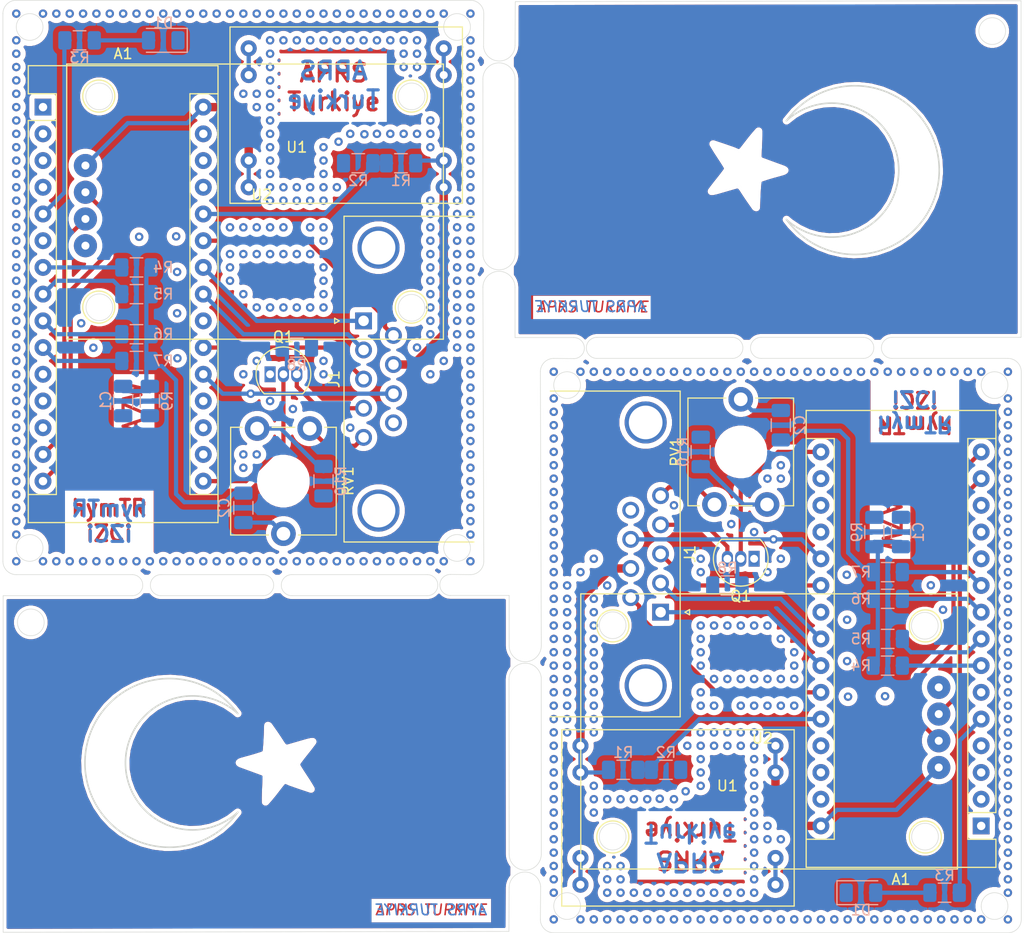
<source format=kicad_pcb>
(kicad_pcb (version 20171130) (host pcbnew 5.1.5-52549c5~84~ubuntu19.10.1)
  (layers (0 F.Cu signal) (31 B.Cu signal) (34 B.Paste user) (35 F.Paste user) (36 B.SilkS user) (37 F.SilkS user) (38 B.Mask user) (39 F.Mask user) (44 Edge.Cuts user))
  (net 0 "")
  (module Capacitor_SMD:C_1206_3216Metric (layer B.Cu) (at 125.82 93.27 90)
    (fp_text reference C2 (at 0 1.82 90) (layer B.SilkS) (effects (justify mirror)))
    (fp_text value 4u7 hide)
    (pad 2 smd roundrect (at 1.4 0 90) (size 1.25 1.75) (layers B.Cu B.Paste B.Mask) (roundrect_rratio 0.2))
    (pad 1 smd roundrect (at -1.4 0 90) (size 1.25 1.75) (layers B.Cu B.Paste B.Mask) (roundrect_rratio 0.2))
  )
  (module Resistor_SMD:R_1206_3216Metric (layer B.Cu) (at 141.3925 137.72 180)
    (fp_text reference R3 (at 0 1.65) (layer B.SilkS) (effects (justify mirror)))
    (fp_text value 220 hide)
    (pad 2 smd roundrect (at 1.4 0 180) (size 1.25 1.75) (layers B.Cu B.Paste B.Mask) (roundrect_rratio 0.2))
    (pad 1 smd roundrect (at -1.4 0 180) (size 1.25 1.75) (layers B.Cu B.Paste B.Mask) (roundrect_rratio 0.2))
  )
  (module Potentiometer_THT:Potentiometer_ACP_CA9-V10_Vertical_Hole (layer F.Cu) (at 124.51 100.81 90)
    (fp_text reference RV1 (at 5 -8.65 90) (layer F.SilkS))
    (fp_text value 100K)
    (pad "" np_thru_hole circle (at 5 -2.5 90) (size 4 4) (drill 4) (layers *.Cu *.Mask))
    (pad 1 thru_hole circle (at 0 0 90) (size 2.34 2.34) (drill 1.3) (layers *.Cu *.Mask))
    (pad 2 thru_hole circle (at 10 -2.5 90) (size 2.34 2.34) (drill 1.3) (layers *.Cu *.Mask))
    (pad 3 thru_hole circle (at 0 -5 90) (size 2.34 2.34) (drill 1.3) (layers *.Cu *.Mask))
  )
  (module Connector_Dsub:DSUB-9_Female_Horizontal_P2.77x2.84mm_EdgePinOffset7.70mm_Housed_MountingHolesOffset9.12mm (layer F.Cu) (at 114.39 111.05 270)
    (fp_text reference J1 (at -5.54 -2.8 90) (layer F.SilkS))
    (fp_text value DB9_Female hide)
    (pad 0 thru_hole circle (at 6.96 1.42 270) (size 4 4) (drill 3.2) (layers *.Cu *.Mask))
    (pad 0 thru_hole circle (at -18.04 1.42 270) (size 4 4) (drill 3.2) (layers *.Cu *.Mask))
    (pad 9 thru_hole circle (at -9.695 2.84 270) (size 1.6 1.6) (drill 1) (layers *.Cu *.Mask))
    (pad 8 thru_hole circle (at -6.925 2.84 270) (size 1.6 1.6) (drill 1) (layers *.Cu *.Mask))
    (pad 7 thru_hole circle (at -4.155 2.84 270) (size 1.6 1.6) (drill 1) (layers *.Cu *.Mask))
    (pad 6 thru_hole circle (at -1.385 2.84 270) (size 1.6 1.6) (drill 1) (layers *.Cu *.Mask))
    (pad 5 thru_hole circle (at -11.08 0 270) (size 1.6 1.6) (drill 1) (layers *.Cu *.Mask))
    (pad 4 thru_hole circle (at -8.31 0 270) (size 1.6 1.6) (drill 1) (layers *.Cu *.Mask))
    (pad 3 thru_hole circle (at -5.54 0 270) (size 1.6 1.6) (drill 1) (layers *.Cu *.Mask))
    (pad 2 thru_hole circle (at -2.77 0 270) (size 1.6 1.6) (drill 1) (layers *.Cu *.Mask))
    (pad 1 thru_hole rect (at 0 0 270) (size 1.6 1.6) (drill 1) (layers *.Cu *.Mask))
  )
  (module Resistor_SMD:R_1206_3216Metric (layer B.Cu) (at 134.71 103.43 270)
    (fp_text reference R9 (at 0 1.65 90) (layer B.SilkS) (effects (justify mirror)))
    (fp_text value 270 hide)
    (pad 2 smd roundrect (at 1.4 0 270) (size 1.25 1.75) (layers B.Cu B.Paste B.Mask) (roundrect_rratio 0.2))
    (pad 1 smd roundrect (at -1.4 0 270) (size 1.25 1.75) (layers B.Cu B.Paste B.Mask) (roundrect_rratio 0.2))
  )
  (module LED_SMD:LED_1206_3216Metric (layer B.Cu) (at 133.44 137.72)
    (fp_text reference D1 (at 0 1.65) (layer B.SilkS) (effects (justify mirror)))
    (fp_text value LED)
    (pad 2 smd roundrect (at 1.4 0) (size 1.25 1.75) (layers B.Cu B.Paste B.Mask) (roundrect_rratio 0.2))
    (pad 1 smd roundrect (at -1.4 0) (size 1.25 1.75) (layers B.Cu B.Paste B.Mask) (roundrect_rratio 0.2))
  )
  (module Resistor_SMD:R_1206_3216Metric (layer B.Cu) (at 135.98 109.78)
    (fp_text reference R6 (at -2.54 0) (layer B.SilkS) (effects (justify mirror)))
    (fp_text value 2K2 hide)
    (pad 2 smd roundrect (at 1.4 0) (size 1.25 1.75) (layers B.Cu B.Paste B.Mask) (roundrect_rratio 0.2))
    (pad 1 smd roundrect (at -1.4 0) (size 1.25 1.75) (layers B.Cu B.Paste B.Mask) (roundrect_rratio 0.2))
  )
  (module Resistor_SMD:R_1206_3216Metric (layer B.Cu) (at 135.98 107.24)
    (fp_text reference R7 (at -2.54 0) (layer B.SilkS) (effects (justify mirror)))
    (fp_text value 1K hide)
    (pad 2 smd roundrect (at 1.4 0) (size 1.25 1.75) (layers B.Cu B.Paste B.Mask) (roundrect_rratio 0.2))
    (pad 1 smd roundrect (at -1.4 0) (size 1.25 1.75) (layers B.Cu B.Paste B.Mask) (roundrect_rratio 0.2))
  )
  (module Resistor_SMD:R_1206_3216Metric (layer B.Cu) (at 118.2 95.81 270)
    (fp_text reference R10 (at 0 1.65 90) (layer B.SilkS) (effects (justify mirror)))
    (fp_text value 100K hide)
    (pad 2 smd roundrect (at 1.4 0 270) (size 1.25 1.75) (layers B.Cu B.Paste B.Mask) (roundrect_rratio 0.2))
    (pad 1 smd roundrect (at -1.4 0 270) (size 1.25 1.75) (layers B.Cu B.Paste B.Mask) (roundrect_rratio 0.2))
  )
  (module Resistor_SMD:R_1206_3216Metric (layer B.Cu) (at 120.74 108.51 180)
    (fp_text reference R8 (at 0 1.65) (layer B.SilkS) (effects (justify mirror)))
    (fp_text value 10K)
    (pad 2 smd roundrect (at 1.4 0 180) (size 1.25 1.75) (layers B.Cu B.Paste B.Mask) (roundrect_rratio 0.2))
    (pad 1 smd roundrect (at -1.4 0 180) (size 1.25 1.75) (layers B.Cu B.Paste B.Mask) (roundrect_rratio 0.2))
  )
  (module hymTracker:Neo6 (layer F.Cu) (at 124.58 123.53 180)
    (fp_text reference U2 (at 0.508 0.5) (layer F.SilkS))
    (fp_text value GY-NEO6MV2)
    (pad 4 thru_hole circle (at -16.256 5.334 180) (size 2.2 2.2) (drill 0.762) (layers *.Cu *.Mask))
    (pad 3 thru_hole circle (at -16.256 2.794 180) (size 2.2 2.2) (drill 0.762) (layers *.Cu *.Mask))
    (pad 2 thru_hole circle (at -16.256 0.254 180) (size 2.2 2.2) (drill 0.762) (layers *.Cu *.Mask))
    (pad 1 thru_hole circle (at -16.256 -2.286 180) (size 2.2 2.2) (drill 0.762) (layers *.Cu *.Mask))
  )
  (module Capacitor_SMD:C_1206_3216Metric (layer B.Cu) (at 137.25 103.43 90)
    (fp_text reference C1 (at 0 1.65 90) (layer B.SilkS) (effects (justify mirror)))
    (fp_text value 100n hide)
    (pad 2 smd roundrect (at 1.4 0 90) (size 1.25 1.75) (layers B.Cu B.Paste B.Mask) (roundrect_rratio 0.2))
    (pad 1 smd roundrect (at -1.4 0 90) (size 1.25 1.75) (layers B.Cu B.Paste B.Mask) (roundrect_rratio 0.2))
  )
  (module Resistor_SMD:R_1206_3216Metric (layer B.Cu) (at 110.834 126.036 180)
    (fp_text reference R1 (at 0 1.65) (layer B.SilkS) (effects (justify mirror)))
    (fp_text value 100K hide)
    (pad 2 smd roundrect (at 1.4 0 180) (size 1.25 1.75) (layers B.Cu B.Paste B.Mask) (roundrect_rratio 0.2))
    (pad 1 smd roundrect (at -1.4 0 180) (size 1.25 1.75) (layers B.Cu B.Paste B.Mask) (roundrect_rratio 0.2))
  )
  (module hymTracker:MP1854EN_board (layer F.Cu) (at 114.39 128.83)
    (fp_text reference U1 (at 6.35 -1.27) (layer F.SilkS))
    (fp_text value MP1584_DCDC)
    (pad 5 thru_hole circle (at 10.922 8.128) (size 1.524 1.524) (drill 0.762) (layers *.Cu *.Mask))
    (pad 6 thru_hole circle (at 10.922 5.588) (size 1.524 1.524) (drill 0.762) (layers *.Cu *.Mask))
    (pad 7 thru_hole circle (at 10.922 -2.54) (size 1.524 1.524) (drill 0.762) (layers *.Cu *.Mask))
    (pad 8 thru_hole circle (at 10.922 -5.08) (size 1.524 1.524) (drill 0.762) (layers *.Cu *.Mask))
    (pad 4 thru_hole circle (at -7.62 8.128) (size 1.524 1.524) (drill 0.762) (layers *.Cu *.Mask))
    (pad 3 thru_hole circle (at -7.62 5.588) (size 1.524 1.524) (drill 0.762) (layers *.Cu *.Mask))
    (pad 2 thru_hole circle (at -7.62 -2.54) (size 1.524 1.524) (drill 0.762) (layers *.Cu *.Mask))
    (pad 1 thru_hole circle (at -7.62 -5.08) (size 1.524 1.524) (drill 0.762) (layers *.Cu *.Mask))
  )
  (module Resistor_SMD:R_1206_3216Metric (layer B.Cu) (at 114.898 126.036 180)
    (fp_text reference R2 (at 0 1.65) (layer B.SilkS) (effects (justify mirror)))
    (fp_text value 10K hide)
    (pad 2 smd roundrect (at 1.4 0 180) (size 1.25 1.75) (layers B.Cu B.Paste B.Mask) (roundrect_rratio 0.2))
    (pad 1 smd roundrect (at -1.4 0 180) (size 1.25 1.75) (layers B.Cu B.Paste B.Mask) (roundrect_rratio 0.2))
  )
  (module Resistor_SMD:R_1206_3216Metric (layer B.Cu) (at 135.98 116.13)
    (fp_text reference R4 (at -2.54 0) (layer B.SilkS) (effects (justify mirror)))
    (fp_text value 8K8 hide)
    (pad 2 smd roundrect (at 1.4 0) (size 1.25 1.75) (layers B.Cu B.Paste B.Mask) (roundrect_rratio 0.2))
    (pad 1 smd roundrect (at -1.4 0) (size 1.25 1.75) (layers B.Cu B.Paste B.Mask) (roundrect_rratio 0.2))
  )
  (module Resistor_SMD:R_1206_3216Metric (layer B.Cu) (at 135.98 113.59)
    (fp_text reference R5 (at -2.54 0) (layer B.SilkS) (effects (justify mirror)))
    (fp_text value 3K3 hide)
    (pad 2 smd roundrect (at 1.4 0) (size 1.25 1.75) (layers B.Cu B.Paste B.Mask) (roundrect_rratio 0.2))
    (pad 1 smd roundrect (at -1.4 0) (size 1.25 1.75) (layers B.Cu B.Paste B.Mask) (roundrect_rratio 0.2))
  )
  (module Package_TO_SOT_THT:TO-92_Inline (layer F.Cu) (at 123.28 105.97 180)
    (fp_text reference Q1 (at 1.27 -3.56) (layer F.SilkS))
    (fp_text value 2N7000 hide)
    (pad 1 thru_hole rect (at 0 0 180) (size 1.05 1.5) (drill 0.75) (layers *.Cu *.Mask))
    (pad 3 thru_hole oval (at 2.54 0 180) (size 1.05 1.5) (drill 0.75) (layers *.Cu *.Mask))
    (pad 2 thru_hole oval (at 1.27 0 180) (size 1.05 1.5) (drill 0.75) (layers *.Cu *.Mask))
  )
  (module Module:Arduino_Nano (layer F.Cu) (at 144.87 131.37 180)
    (fp_text reference A1 (at 7.62 -5.08) (layer F.SilkS))
    (fp_text value Arduino_Nano)
    (pad 16 thru_hole oval (at 15.24 35.56 180) (size 1.6 1.6) (drill 0.8) (layers *.Cu *.Mask))
    (pad 15 thru_hole oval (at 0 35.56 180) (size 1.6 1.6) (drill 0.8) (layers *.Cu *.Mask))
    (pad 30 thru_hole oval (at 15.24 0 180) (size 1.6 1.6) (drill 0.8) (layers *.Cu *.Mask))
    (pad 14 thru_hole oval (at 0 33.02 180) (size 1.6 1.6) (drill 0.8) (layers *.Cu *.Mask))
    (pad 29 thru_hole oval (at 15.24 2.54 180) (size 1.6 1.6) (drill 0.8) (layers *.Cu *.Mask))
    (pad 13 thru_hole oval (at 0 30.48 180) (size 1.6 1.6) (drill 0.8) (layers *.Cu *.Mask))
    (pad 28 thru_hole oval (at 15.24 5.08 180) (size 1.6 1.6) (drill 0.8) (layers *.Cu *.Mask))
    (pad 12 thru_hole oval (at 0 27.94 180) (size 1.6 1.6) (drill 0.8) (layers *.Cu *.Mask))
    (pad 27 thru_hole oval (at 15.24 7.62 180) (size 1.6 1.6) (drill 0.8) (layers *.Cu *.Mask))
    (pad 11 thru_hole oval (at 0 25.4 180) (size 1.6 1.6) (drill 0.8) (layers *.Cu *.Mask))
    (pad 26 thru_hole oval (at 15.24 10.16 180) (size 1.6 1.6) (drill 0.8) (layers *.Cu *.Mask))
    (pad 10 thru_hole oval (at 0 22.86 180) (size 1.6 1.6) (drill 0.8) (layers *.Cu *.Mask))
    (pad 25 thru_hole oval (at 15.24 12.7 180) (size 1.6 1.6) (drill 0.8) (layers *.Cu *.Mask))
    (pad 9 thru_hole oval (at 0 20.32 180) (size 1.6 1.6) (drill 0.8) (layers *.Cu *.Mask))
    (pad 24 thru_hole oval (at 15.24 15.24 180) (size 1.6 1.6) (drill 0.8) (layers *.Cu *.Mask))
    (pad 8 thru_hole oval (at 0 17.78 180) (size 1.6 1.6) (drill 0.8) (layers *.Cu *.Mask))
    (pad 23 thru_hole oval (at 15.24 17.78 180) (size 1.6 1.6) (drill 0.8) (layers *.Cu *.Mask))
    (pad 7 thru_hole oval (at 0 15.24 180) (size 1.6 1.6) (drill 0.8) (layers *.Cu *.Mask))
    (pad 22 thru_hole oval (at 15.24 20.32 180) (size 1.6 1.6) (drill 0.8) (layers *.Cu *.Mask))
    (pad 6 thru_hole oval (at 0 12.7 180) (size 1.6 1.6) (drill 0.8) (layers *.Cu *.Mask))
    (pad 21 thru_hole oval (at 15.24 22.86 180) (size 1.6 1.6) (drill 0.8) (layers *.Cu *.Mask))
    (pad 5 thru_hole oval (at 0 10.16 180) (size 1.6 1.6) (drill 0.8) (layers *.Cu *.Mask))
    (pad 20 thru_hole oval (at 15.24 25.4 180) (size 1.6 1.6) (drill 0.8) (layers *.Cu *.Mask))
    (pad 4 thru_hole oval (at 0 7.62 180) (size 1.6 1.6) (drill 0.8) (layers *.Cu *.Mask))
    (pad 19 thru_hole oval (at 15.24 27.94 180) (size 1.6 1.6) (drill 0.8) (layers *.Cu *.Mask))
    (pad 3 thru_hole oval (at 0 5.08 180) (size 1.6 1.6) (drill 0.8) (layers *.Cu *.Mask))
    (pad 18 thru_hole oval (at 15.24 30.48 180) (size 1.6 1.6) (drill 0.8) (layers *.Cu *.Mask))
    (pad 2 thru_hole oval (at 0 2.54 180) (size 1.6 1.6) (drill 0.8) (layers *.Cu *.Mask))
    (pad 17 thru_hole oval (at 15.24 33.02 180) (size 1.6 1.6) (drill 0.8) (layers *.Cu *.Mask))
    (pad 1 thru_hole rect (at 0 0 180) (size 1.6 1.6) (drill 0.8) (layers *.Cu *.Mask))
  )
  (module Connector_Dsub:DSUB-9_Female_Horizontal_P2.77x2.84mm_EdgePinOffset7.70mm_Housed_MountingHolesOffset9.12mm (layer F.Cu) (at 86.15 83.35 90)
    (fp_text reference J1 (at -5.54 -2.8 90) (layer F.SilkS))
    (fp_text value DB9_Female hide)
    (pad 1 thru_hole rect (at 0 0 90) (size 1.6 1.6) (drill 1) (layers *.Cu *.Mask))
    (pad 2 thru_hole circle (at -2.77 0 90) (size 1.6 1.6) (drill 1) (layers *.Cu *.Mask))
    (pad 3 thru_hole circle (at -5.54 0 90) (size 1.6 1.6) (drill 1) (layers *.Cu *.Mask))
    (pad 4 thru_hole circle (at -8.31 0 90) (size 1.6 1.6) (drill 1) (layers *.Cu *.Mask))
    (pad 5 thru_hole circle (at -11.08 0 90) (size 1.6 1.6) (drill 1) (layers *.Cu *.Mask))
    (pad 6 thru_hole circle (at -1.385 2.84 90) (size 1.6 1.6) (drill 1) (layers *.Cu *.Mask))
    (pad 7 thru_hole circle (at -4.155 2.84 90) (size 1.6 1.6) (drill 1) (layers *.Cu *.Mask))
    (pad 8 thru_hole circle (at -6.925 2.84 90) (size 1.6 1.6) (drill 1) (layers *.Cu *.Mask))
    (pad 9 thru_hole circle (at -9.695 2.84 90) (size 1.6 1.6) (drill 1) (layers *.Cu *.Mask))
    (pad 0 thru_hole circle (at -18.04 1.42 90) (size 4 4) (drill 3.2) (layers *.Cu *.Mask))
    (pad 0 thru_hole circle (at 6.96 1.42 90) (size 4 4) (drill 3.2) (layers *.Cu *.Mask))
  )
  (module hymTracker:Neo6 (layer F.Cu) (at 75.96 70.87)
    (fp_text reference U2 (at 0.508 0.5) (layer F.SilkS))
    (fp_text value GY-NEO6MV2)
    (pad 1 thru_hole circle (at -16.256 -2.286) (size 2.2 2.2) (drill 0.762) (layers *.Cu *.Mask))
    (pad 2 thru_hole circle (at -16.256 0.254) (size 2.2 2.2) (drill 0.762) (layers *.Cu *.Mask))
    (pad 3 thru_hole circle (at -16.256 2.794) (size 2.2 2.2) (drill 0.762) (layers *.Cu *.Mask))
    (pad 4 thru_hole circle (at -16.256 5.334) (size 2.2 2.2) (drill 0.762) (layers *.Cu *.Mask))
  )
  (module Capacitor_SMD:C_1206_3216Metric (layer B.Cu) (at 63.29 90.97 270)
    (fp_text reference C1 (at 0 1.65 90) (layer B.SilkS) (effects (justify mirror)))
    (fp_text value 100n hide)
    (pad 1 smd roundrect (at -1.4 0 270) (size 1.25 1.75) (layers B.Cu B.Paste B.Mask) (roundrect_rratio 0.2))
    (pad 2 smd roundrect (at 1.4 0 270) (size 1.25 1.75) (layers B.Cu B.Paste B.Mask) (roundrect_rratio 0.2))
  )
  (module Resistor_SMD:R_1206_3216Metric (layer B.Cu) (at 59.1475 56.68)
    (fp_text reference R3 (at 0 1.65) (layer B.SilkS) (effects (justify mirror)))
    (fp_text value 220 hide)
    (pad 1 smd roundrect (at -1.4 0) (size 1.25 1.75) (layers B.Cu B.Paste B.Mask) (roundrect_rratio 0.2))
    (pad 2 smd roundrect (at 1.4 0) (size 1.25 1.75) (layers B.Cu B.Paste B.Mask) (roundrect_rratio 0.2))
  )
  (module Package_TO_SOT_THT:TO-92_Inline (layer F.Cu) (at 77.26 88.43)
    (fp_text reference Q1 (at 1.27 -3.56) (layer F.SilkS))
    (fp_text value 2N7000 hide)
    (pad 2 thru_hole oval (at 1.27 0) (size 1.05 1.5) (drill 0.75) (layers *.Cu *.Mask))
    (pad 3 thru_hole oval (at 2.54 0) (size 1.05 1.5) (drill 0.75) (layers *.Cu *.Mask))
    (pad 1 thru_hole rect (at 0 0) (size 1.05 1.5) (drill 0.75) (layers *.Cu *.Mask))
  )
  (module Potentiometer_THT:Potentiometer_ACP_CA9-V10_Vertical_Hole (layer F.Cu) (at 76.03 93.59 270)
    (fp_text reference RV1 (at 5 -8.65 90) (layer F.SilkS))
    (fp_text value 100K)
    (pad 3 thru_hole circle (at 0 -5 270) (size 2.34 2.34) (drill 1.3) (layers *.Cu *.Mask))
    (pad 2 thru_hole circle (at 10 -2.5 270) (size 2.34 2.34) (drill 1.3) (layers *.Cu *.Mask))
    (pad 1 thru_hole circle (at 0 0 270) (size 2.34 2.34) (drill 1.3) (layers *.Cu *.Mask))
    (pad "" np_thru_hole circle (at 5 -2.5 270) (size 4 4) (drill 4) (layers *.Cu *.Mask))
  )
  (module Resistor_SMD:R_1206_3216Metric (layer B.Cu) (at 64.56 80.81 180)
    (fp_text reference R5 (at -2.54 0) (layer B.SilkS) (effects (justify mirror)))
    (fp_text value 3K3 hide)
    (pad 1 smd roundrect (at -1.4 0 180) (size 1.25 1.75) (layers B.Cu B.Paste B.Mask) (roundrect_rratio 0.2))
    (pad 2 smd roundrect (at 1.4 0 180) (size 1.25 1.75) (layers B.Cu B.Paste B.Mask) (roundrect_rratio 0.2))
  )
  (module Capacitor_SMD:C_1206_3216Metric (layer B.Cu) (at 74.72 101.13 270)
    (fp_text reference C2 (at 0 1.82 90) (layer B.SilkS) (effects (justify mirror)))
    (fp_text value 4u7 hide)
    (pad 1 smd roundrect (at -1.4 0 270) (size 1.25 1.75) (layers B.Cu B.Paste B.Mask) (roundrect_rratio 0.2))
    (pad 2 smd roundrect (at 1.4 0 270) (size 1.25 1.75) (layers B.Cu B.Paste B.Mask) (roundrect_rratio 0.2))
  )
  (module Resistor_SMD:R_1206_3216Metric (layer B.Cu) (at 85.642 68.364)
    (fp_text reference R2 (at 0 1.65) (layer B.SilkS) (effects (justify mirror)))
    (fp_text value 10K hide)
    (pad 1 smd roundrect (at -1.4 0) (size 1.25 1.75) (layers B.Cu B.Paste B.Mask) (roundrect_rratio 0.2))
    (pad 2 smd roundrect (at 1.4 0) (size 1.25 1.75) (layers B.Cu B.Paste B.Mask) (roundrect_rratio 0.2))
  )
  (module Module:Arduino_Nano (layer F.Cu) (at 55.67 63.03)
    (fp_text reference A1 (at 7.62 -5.08) (layer F.SilkS))
    (fp_text value Arduino_Nano)
    (pad 1 thru_hole rect (at 0 0) (size 1.6 1.6) (drill 0.8) (layers *.Cu *.Mask))
    (pad 17 thru_hole oval (at 15.24 33.02) (size 1.6 1.6) (drill 0.8) (layers *.Cu *.Mask))
    (pad 2 thru_hole oval (at 0 2.54) (size 1.6 1.6) (drill 0.8) (layers *.Cu *.Mask))
    (pad 18 thru_hole oval (at 15.24 30.48) (size 1.6 1.6) (drill 0.8) (layers *.Cu *.Mask))
    (pad 3 thru_hole oval (at 0 5.08) (size 1.6 1.6) (drill 0.8) (layers *.Cu *.Mask))
    (pad 19 thru_hole oval (at 15.24 27.94) (size 1.6 1.6) (drill 0.8) (layers *.Cu *.Mask))
    (pad 4 thru_hole oval (at 0 7.62) (size 1.6 1.6) (drill 0.8) (layers *.Cu *.Mask))
    (pad 20 thru_hole oval (at 15.24 25.4) (size 1.6 1.6) (drill 0.8) (layers *.Cu *.Mask))
    (pad 5 thru_hole oval (at 0 10.16) (size 1.6 1.6) (drill 0.8) (layers *.Cu *.Mask))
    (pad 21 thru_hole oval (at 15.24 22.86) (size 1.6 1.6) (drill 0.8) (layers *.Cu *.Mask))
    (pad 6 thru_hole oval (at 0 12.7) (size 1.6 1.6) (drill 0.8) (layers *.Cu *.Mask))
    (pad 22 thru_hole oval (at 15.24 20.32) (size 1.6 1.6) (drill 0.8) (layers *.Cu *.Mask))
    (pad 7 thru_hole oval (at 0 15.24) (size 1.6 1.6) (drill 0.8) (layers *.Cu *.Mask))
    (pad 23 thru_hole oval (at 15.24 17.78) (size 1.6 1.6) (drill 0.8) (layers *.Cu *.Mask))
    (pad 8 thru_hole oval (at 0 17.78) (size 1.6 1.6) (drill 0.8) (layers *.Cu *.Mask))
    (pad 24 thru_hole oval (at 15.24 15.24) (size 1.6 1.6) (drill 0.8) (layers *.Cu *.Mask))
    (pad 9 thru_hole oval (at 0 20.32) (size 1.6 1.6) (drill 0.8) (layers *.Cu *.Mask))
    (pad 25 thru_hole oval (at 15.24 12.7) (size 1.6 1.6) (drill 0.8) (layers *.Cu *.Mask))
    (pad 10 thru_hole oval (at 0 22.86) (size 1.6 1.6) (drill 0.8) (layers *.Cu *.Mask))
    (pad 26 thru_hole oval (at 15.24 10.16) (size 1.6 1.6) (drill 0.8) (layers *.Cu *.Mask))
    (pad 11 thru_hole oval (at 0 25.4) (size 1.6 1.6) (drill 0.8) (layers *.Cu *.Mask))
    (pad 27 thru_hole oval (at 15.24 7.62) (size 1.6 1.6) (drill 0.8) (layers *.Cu *.Mask))
    (pad 12 thru_hole oval (at 0 27.94) (size 1.6 1.6) (drill 0.8) (layers *.Cu *.Mask))
    (pad 28 thru_hole oval (at 15.24 5.08) (size 1.6 1.6) (drill 0.8) (layers *.Cu *.Mask))
    (pad 13 thru_hole oval (at 0 30.48) (size 1.6 1.6) (drill 0.8) (layers *.Cu *.Mask))
    (pad 29 thru_hole oval (at 15.24 2.54) (size 1.6 1.6) (drill 0.8) (layers *.Cu *.Mask))
    (pad 14 thru_hole oval (at 0 33.02) (size 1.6 1.6) (drill 0.8) (layers *.Cu *.Mask))
    (pad 30 thru_hole oval (at 15.24 0) (size 1.6 1.6) (drill 0.8) (layers *.Cu *.Mask))
    (pad 15 thru_hole oval (at 0 35.56) (size 1.6 1.6) (drill 0.8) (layers *.Cu *.Mask))
    (pad 16 thru_hole oval (at 15.24 35.56) (size 1.6 1.6) (drill 0.8) (layers *.Cu *.Mask))
  )
  (module Resistor_SMD:R_1206_3216Metric (layer B.Cu) (at 89.706 68.364)
    (fp_text reference R1 (at 0 1.65) (layer B.SilkS) (effects (justify mirror)))
    (fp_text value 100K hide)
    (pad 1 smd roundrect (at -1.4 0) (size 1.25 1.75) (layers B.Cu B.Paste B.Mask) (roundrect_rratio 0.2))
    (pad 2 smd roundrect (at 1.4 0) (size 1.25 1.75) (layers B.Cu B.Paste B.Mask) (roundrect_rratio 0.2))
  )
  (module Resistor_SMD:R_1206_3216Metric (layer B.Cu) (at 64.56 78.27 180)
    (fp_text reference R4 (at -2.54 0) (layer B.SilkS) (effects (justify mirror)))
    (fp_text value 8K8 hide)
    (pad 1 smd roundrect (at -1.4 0 180) (size 1.25 1.75) (layers B.Cu B.Paste B.Mask) (roundrect_rratio 0.2))
    (pad 2 smd roundrect (at 1.4 0 180) (size 1.25 1.75) (layers B.Cu B.Paste B.Mask) (roundrect_rratio 0.2))
  )
  (module hymTracker:MP1854EN_board (layer F.Cu) (at 86.15 65.57 180)
    (fp_text reference U1 (at 6.35 -1.27) (layer F.SilkS))
    (fp_text value MP1584_DCDC)
    (pad 1 thru_hole circle (at -7.62 -5.08 180) (size 1.524 1.524) (drill 0.762) (layers *.Cu *.Mask))
    (pad 2 thru_hole circle (at -7.62 -2.54 180) (size 1.524 1.524) (drill 0.762) (layers *.Cu *.Mask))
    (pad 3 thru_hole circle (at -7.62 5.588 180) (size 1.524 1.524) (drill 0.762) (layers *.Cu *.Mask))
    (pad 4 thru_hole circle (at -7.62 8.128 180) (size 1.524 1.524) (drill 0.762) (layers *.Cu *.Mask))
    (pad 8 thru_hole circle (at 10.922 -5.08 180) (size 1.524 1.524) (drill 0.762) (layers *.Cu *.Mask))
    (pad 7 thru_hole circle (at 10.922 -2.54 180) (size 1.524 1.524) (drill 0.762) (layers *.Cu *.Mask))
    (pad 6 thru_hole circle (at 10.922 5.588 180) (size 1.524 1.524) (drill 0.762) (layers *.Cu *.Mask))
    (pad 5 thru_hole circle (at 10.922 8.128 180) (size 1.524 1.524) (drill 0.762) (layers *.Cu *.Mask))
  )
  (module Resistor_SMD:R_1206_3216Metric (layer B.Cu) (at 79.8 85.89)
    (fp_text reference R8 (at 0 1.65) (layer B.SilkS) (effects (justify mirror)))
    (fp_text value 10K)
    (pad 1 smd roundrect (at -1.4 0) (size 1.25 1.75) (layers B.Cu B.Paste B.Mask) (roundrect_rratio 0.2))
    (pad 2 smd roundrect (at 1.4 0) (size 1.25 1.75) (layers B.Cu B.Paste B.Mask) (roundrect_rratio 0.2))
  )
  (module Resistor_SMD:R_1206_3216Metric (layer B.Cu) (at 65.83 90.97 90)
    (fp_text reference R9 (at 0 1.65 90) (layer B.SilkS) (effects (justify mirror)))
    (fp_text value 270 hide)
    (pad 1 smd roundrect (at -1.4 0 90) (size 1.25 1.75) (layers B.Cu B.Paste B.Mask) (roundrect_rratio 0.2))
    (pad 2 smd roundrect (at 1.4 0 90) (size 1.25 1.75) (layers B.Cu B.Paste B.Mask) (roundrect_rratio 0.2))
  )
  (module Resistor_SMD:R_1206_3216Metric (layer B.Cu) (at 82.34 98.59 90)
    (fp_text reference R10 (at 0 1.65 90) (layer B.SilkS) (effects (justify mirror)))
    (fp_text value 100K hide)
    (pad 1 smd roundrect (at -1.4 0 90) (size 1.25 1.75) (layers B.Cu B.Paste B.Mask) (roundrect_rratio 0.2))
    (pad 2 smd roundrect (at 1.4 0 90) (size 1.25 1.75) (layers B.Cu B.Paste B.Mask) (roundrect_rratio 0.2))
  )
  (module Resistor_SMD:R_1206_3216Metric (layer B.Cu) (at 64.56 87.16 180)
    (fp_text reference R7 (at -2.54 0) (layer B.SilkS) (effects (justify mirror)))
    (fp_text value 1K hide)
    (pad 1 smd roundrect (at -1.4 0 180) (size 1.25 1.75) (layers B.Cu B.Paste B.Mask) (roundrect_rratio 0.2))
    (pad 2 smd roundrect (at 1.4 0 180) (size 1.25 1.75) (layers B.Cu B.Paste B.Mask) (roundrect_rratio 0.2))
  )
  (module Resistor_SMD:R_1206_3216Metric (layer B.Cu) (at 64.56 84.62 180)
    (fp_text reference R6 (at -2.54 0) (layer B.SilkS) (effects (justify mirror)))
    (fp_text value 2K2 hide)
    (pad 1 smd roundrect (at -1.4 0 180) (size 1.25 1.75) (layers B.Cu B.Paste B.Mask) (roundrect_rratio 0.2))
    (pad 2 smd roundrect (at 1.4 0 180) (size 1.25 1.75) (layers B.Cu B.Paste B.Mask) (roundrect_rratio 0.2))
  )
  (module LED_SMD:LED_1206_3216Metric (layer B.Cu) (at 67.1 56.68 180)
    (fp_text reference D1 (at 0 1.65) (layer B.SilkS) (effects (justify mirror)))
    (fp_text value LED)
    (pad 1 smd roundrect (at -1.4 0 180) (size 1.25 1.75) (layers B.Cu B.Paste B.Mask) (roundrect_rratio 0.2))
    (pad 2 smd roundrect (at 1.4 0 180) (size 1.25 1.75) (layers B.Cu B.Paste B.Mask) (roundrect_rratio 0.2))
  )
  (gr_line (start 104.23 86.92) (end 106.14 86.94) (layer Edge.Cuts) (width 0.05))
  (gr_line (start 94.4 107.46) (end 96.31 107.48) (layer Edge.Cuts) (width 0.05))
  (gr_circle (center 145.92 55.8) (end 145.92 57.07) (layer Edge.Cuts) (width 0.05))
  (gr_circle (center 54.51 112.02) (end 54.51 113.29) (layer Edge.Cuts) (width 0.05))
  (gr_text "APRS TURKIYE" (at 107.95 82.03) (layer F.Cu) (effects (font (size 1 1) (thickness 0.15) italic)))
  (gr_text "APRS TURKIYE" (at 107.76 81.99) (layer B.Cu) (effects (font (size 1 1) (thickness 0.15) italic) (justify mirror)))
  (gr_text "APRS TURKIYE" (at 92.59 139.35) (layer B.Cu) (effects (font (size 1 1) (thickness 0.15) italic) (justify mirror)))
  (gr_text "APRS TURKIYE" (at 92.59 139.35) (layer F.Cu) (effects (font (size 1 1) (thickness 0.15) italic)))
  (gr_line (start 97.555941 57.2816) (end 97.58 54.14) (layer Edge.Cuts) (width 0.05))
  (gr_line (start 97.5 77.15) (end 97.494864 60.37991) (layer Edge.Cuts) (width 0.05))
  (gr_line (start 102.984059 137.1184) (end 102.96 140.26) (layer Edge.Cuts) (width 0.05))
  (gr_line (start 103.04 117.25) (end 103.045136 134.02009) (layer Edge.Cuts) (width 0.05))
  (gr_arc (start 108.33 85.92) (end 108.33 84.92) (angle -180) (layer Edge.Cuts) (width 0.05))
  (gr_circle (center 146.14 89.46) (end 146.14 88.19) (layer Edge.Cuts) (width 0.05))
  (gr_line (start 104.23 141.53) (end 147.41 141.53) (layer Edge.Cuts) (width 0.05))
  (gr_text "hymTR\niZCi" (at 138.55 91.97 180) (layer B.Cu) (effects (font (size 1.5 1.5) (thickness 0.3)) (justify mirror)))
  (gr_line (start 121.214 84.92) (end 108.33 84.92) (layer Edge.Cuts) (width 0.05))
  (gr_arc (start 99.021601 60.351601) (end 100.5486 60.352) (angle -181.0772299) (layer Edge.Cuts) (width 0.05))
  (gr_arc (start 99.050743 57.144524) (end 97.555941 57.2816) (angle -174.4904409) (layer Edge.Cuts) (width 0.05))
  (gr_line (start 100.560794 76.96359) (end 100.5486 60.352) (layer Edge.Cuts) (width 0.05))
  (gr_line (start 100.5518 57.1516) (end 100.57 53) (layer Edge.Cuts) (width 0.05))
  (gr_arc (start 121.355644 66.481628) (end 122.001448 67.287568) (angle -12.16414701) (layer Edge.Cuts) (width 0.001))
  (gr_line (start 123.71 69.904787) (end 123.647421 70.587393) (layer Edge.Cuts) (width 0.001))
  (gr_line (start 123.701348 67.583015) (end 123.691438 67.966354) (layer Edge.Cuts) (width 0.001))
  (gr_line (start 122.857224 71.87) (end 122.678926 71.608777) (layer Edge.Cuts) (width 0.001))
  (gr_arc (start 120.637185 68.881362) (end 120.735772 68.950865) (angle -36.34948754) (layer Edge.Cuts) (width 0.001))
  (gr_line (start 123.599576 71.288747) (end 123.581696 71.681061) (layer Edge.Cuts) (width 0.001))
  (gr_line (start 123.622526 70.902511) (end 123.599576 71.288747) (layer Edge.Cuts) (width 0.001))
  (gr_line (start 123.770131 65.305497) (end 123.771086 65.680677) (layer Edge.Cuts) (width 0.001))
  (gr_line (start 119.741932 67.243388) (end 119.513269 66.873042) (layer Edge.Cuts) (width 0.001))
  (gr_arc (start 121.760942 71.4453) (end 121.779108 70.468319) (angle -16.86715156) (layer Edge.Cuts) (width 0.001))
  (gr_text TA7W (at 136.33 102.17 270) (layer F.Cu) (effects (font (size 1.7 1.7) (thickness 0.3))))
  (gr_circle (center 105.5 89.46) (end 105.5 88.19) (layer Edge.Cuts) (width 0.05))
  (gr_arc (start 99.024802 76.964924) (end 97.5 77.15) (angle -173.1292068) (layer Edge.Cuts) (width 0.05))
  (gr_arc (start 99.021601 80.163601) (end 100.5486 80.164) (angle -179.5061837) (layer Edge.Cuts) (width 0.05))
  (gr_arc (start 133.66 85.92) (end 133.66 86.92) (angle -180) (layer Edge.Cuts) (width 0.05))
  (gr_arc (start 136.385 85.92) (end 136.385 84.92) (angle -180) (layer Edge.Cuts) (width 0.05))
  (gr_arc (start 121.214 85.92) (end 121.214 86.92) (angle -180) (layer Edge.Cuts) (width 0.05))
  (gr_arc (start 123.939 85.92) (end 123.939 84.92) (angle -180) (layer Edge.Cuts) (width 0.05))
  (gr_line (start 106.14 84.94) (end 100.55 84.94) (layer Edge.Cuts) (width 0.05))
  (gr_line (start 100.55 84.94) (end 100.5486 80.164) (layer Edge.Cuts) (width 0.05))
  (gr_line (start 100.57 53) (end 148.66 52.92) (layer Edge.Cuts) (width 0.05))
  (gr_line (start 148.66 52.92) (end 148.66 84.92) (layer Edge.Cuts) (width 0.05))
  (gr_line (start 148.66 84.92) (end 136.385 84.92) (layer Edge.Cuts) (width 0.05))
  (gr_line (start 133.66 84.92) (end 123.939 84.92) (layer Edge.Cuts) (width 0.05))
  (gr_arc (start 130.66 69.02) (end 126.36 64.32) (angle 264.9103912) (layer Edge.Cuts) (width 0.15))
  (gr_line (start 120.540382 68.478866) (end 120.30254 68.099428) (layer Edge.Cuts) (width 0.001))
  (gr_line (start 124.517211 69.638104) (end 124.26 69.720642) (layer Edge.Cuts) (width 0.001))
  (gr_line (start 119.401312 66.47218) (end 120.412772 66.809728) (layer Edge.Cuts) (width 0.001))
  (gr_line (start 120.020804 67.67) (end 119.741932 67.243388) (layer Edge.Cuts) (width 0.001))
  (gr_line (start 119.395001 70.697086) (end 119.653373 70.36066) (layer Edge.Cuts) (width 0.001))
  (gr_line (start 123.741168 66.633087) (end 123.71672 67.145894) (layer Edge.Cuts) (width 0.001))
  (gr_line (start 124.839375 69.541479) (end 124.517211 69.638104) (layer Edge.Cuts) (width 0.001))
  (gr_arc (start 125.823946 69.461968) (end 126.235862 68.982325) (angle -20.69199823) (layer Edge.Cuts) (width 0.001))
  (gr_line (start 124.189057 68.191029) (end 124.835992 68.429551) (layer Edge.Cuts) (width 0.001))
  (gr_line (start 120.266421 69.589544) (end 120.524349 69.246165) (layer Edge.Cuts) (width 0.001))
  (gr_line (start 121.214 86.92) (end 108.33 86.92) (layer Edge.Cuts) (width 0.05))
  (gr_line (start 133.66 86.92) (end 123.939 86.92) (layer Edge.Cuts) (width 0.05))
  (gr_text "APRS\nTurkiye" (at 117.25 133.45 180) (layer B.Cu) (effects (font (size 1.7 1.7) (thickness 0.3)) (justify mirror)))
  (gr_circle (center 139.53 132.39) (end 139.53 131.12) (layer Edge.Cuts) (width 0.05))
  (gr_circle (center 109.83 132.39) (end 109.83 131.12) (layer Edge.Cuts) (width 0.05))
  (gr_text "hymTR\niZCi" (at 138.58 92.05 180) (layer F.Cu) (effects (font (size 1.5 1.5) (thickness 0.3))))
  (gr_line (start 123.771086 65.680677) (end 123.763181 66.1197) (layer Edge.Cuts) (width 0.001))
  (gr_line (start 122.956211 66.104498) (end 123.35377 65.621622) (layer Edge.Cuts) (width 0.001))
  (gr_line (start 122.678926 71.608777) (end 122.486064 71.319747) (layer Edge.Cuts) (width 0.001))
  (gr_arc (start 123.794279 67.906492) (end 123.703719 67.997052) (angle -24.39339007) (layer Edge.Cuts) (width 0.001))
  (gr_arc (start 123.733399 67.967372) (end 123.691438 67.966354) (angle -46.38910956) (layer Edge.Cuts) (width 0.001))
  (gr_arc (start 119.221096 71.042301) (end 119.16 71.042301) (angle -84.80568992) (layer Edge.Cuts) (width 0.001))
  (gr_line (start 121.494852 70.505078) (end 120.448848 70.807232) (layer Edge.Cuts) (width 0.001))
  (gr_arc (start 119.272364 70.478329) (end 119.215565 71.103146) (angle -15.53061255) (layer Edge.Cuts) (width 0.001))
  (gr_arc (start 123.716949 65.305913) (end 123.770131 65.305497) (angle -57.83465046) (layer Edge.Cuts) (width 0.001))
  (gr_line (start 122.307302 71.046508) (end 122.176205 70.839352) (layer Edge.Cuts) (width 0.001))
  (gr_line (start 124.835992 68.429551) (end 126.039812 68.867717) (layer Edge.Cuts) (width 0.001))
  (gr_arc (start 123.710944 65.315629) (end 123.744909 65.260673) (angle -79.4323912) (layer Edge.Cuts) (width 0.001))
  (gr_arc (start 118.741081 67.56536) (end 119.384935 71.09554) (angle -5.448489489) (layer Edge.Cuts) (width 0.001))
  (gr_line (start 123.763181 66.1197) (end 123.741168 66.633087) (layer Edge.Cuts) (width 0.001))
  (gr_line (start 120.30254 68.099428) (end 120.020804 67.67) (layer Edge.Cuts) (width 0.001))
  (gr_arc (start 123.512224 72.431891) (end 123.338447 72.555685) (angle -42.96417801) (layer Edge.Cuts) (width 0.001))
  (gr_arc (start 121.837233 67.082633) (end 121.881867 67.341424) (angle -28.9196913) (layer Edge.Cuts) (width 0.001))
  (gr_arc (start 120.438622 71.913436) (end 122.176205 70.839352) (angle -10.07389732) (layer Edge.Cuts) (width 0.001))
  (gr_arc (start 119.369756 66.527124) (end 119.324822 66.501634) (angle -59.70519865) (layer Edge.Cuts) (width 0.001))
  (gr_arc (start 121.850814 67.161378) (end 121.764604 67.322463) (angle -37.94055959) (layer Edge.Cuts) (width 0.001))
  (gr_line (start 120.524349 69.246165) (end 120.735772 68.950865) (layer Edge.Cuts) (width 0.001))
  (gr_line (start 123.647421 70.587393) (end 123.622526 70.902511) (layer Edge.Cuts) (width 0.001))
  (gr_arc (start 126.188125 69.037912) (end 126.236063 69.093326) (angle -98.4811273) (layer Edge.Cuts) (width 0.001))
  (gr_line (start 125.171095 69.446707) (end 124.839375 69.541479) (layer Edge.Cuts) (width 0.001))
  (gr_line (start 120.736622 68.804848) (end 120.540382 68.478866) (layer Edge.Cuts) (width 0.001))
  (gr_line (start 126.020937 69.212004) (end 125.46 69.369309) (layer Edge.Cuts) (width 0.001))
  (gr_line (start 119.653373 70.36066) (end 119.96 69.976209) (layer Edge.Cuts) (width 0.001))
  (gr_line (start 123.749204 68.026369) (end 124.189057 68.191029) (layer Edge.Cuts) (width 0.001))
  (gr_line (start 123.338447 72.555685) (end 122.857224 71.87) (layer Edge.Cuts) (width 0.001))
  (gr_line (start 120.412772 66.809728) (end 121.329708 67.129024) (layer Edge.Cuts) (width 0.001))
  (gr_line (start 123.35377 65.621622) (end 123.663149 65.272161) (layer Edge.Cuts) (width 0.001))
  (gr_line (start 122.486064 71.319747) (end 122.307302 71.046508) (layer Edge.Cuts) (width 0.001))
  (gr_line (start 122.422516 66.795276) (end 122.956211 66.104498) (layer Edge.Cuts) (width 0.001))
  (gr_line (start 123.71672 67.145894) (end 123.701348 67.583015) (layer Edge.Cuts) (width 0.001))
  (gr_line (start 125.46 69.369309) (end 125.171095 69.446707) (layer Edge.Cuts) (width 0.001))
  (gr_arc (start 120.606864 68.881979) (end 120.757784 68.878908) (angle -29.56228755) (layer Edge.Cuts) (width 0.001))
  (gr_line (start 124.26 69.720642) (end 123.71 69.904787) (layer Edge.Cuts) (width 0.001))
  (gr_line (start 119.513269 66.873042) (end 119.32508 66.553064) (layer Edge.Cuts) (width 0.001))
  (gr_line (start 119.96 69.976209) (end 120.266421 69.589544) (layer Edge.Cuts) (width 0.001))
  (gr_arc (start 120.222393 70.204115) (end 121.764604 67.322463) (angle -8.35140128) (layer Edge.Cuts) (width 0.001))
  (gr_arc (start 119.381012 66.533509) (end 119.401312 66.47218) (angle -78.75066614) (layer Edge.Cuts) (width 0.001))
  (gr_line (start 123.581696 71.681061) (end 123.572421 72.016428) (layer Edge.Cuts) (width 0.001))
  (gr_arc (start 125.848816 68.645689) (end 126.020937 69.212004) (angle -23.95710349) (layer Edge.Cuts) (width 0.001))
  (gr_arc (start 121.774442 70.719238) (end 121.96154 70.551976) (angle -47.13853424) (layer Edge.Cuts) (width 0.001))
  (gr_line (start 119.1774 70.989436) (end 119.395001 70.697086) (layer Edge.Cuts) (width 0.001))
  (gr_arc (start 119.249008 71.042301) (end 119.1774 70.989436) (angle -36.43685745) (layer Edge.Cuts) (width 0.001))
  (gr_line (start 123.572421 72.016428) (end 123.551602 72.577711) (layer Edge.Cuts) (width 0.001))
  (gr_line (start 120.448848 70.807232) (end 119.71722 71.018456) (layer Edge.Cuts) (width 0.001))
  (gr_arc (start 123.483176 72.573771) (end 123.469428 72.640918) (angle -98.2755367) (layer Edge.Cuts) (width 0.001))
  (gr_line (start 122.15677 67.133394) (end 122.422516 66.795276) (layer Edge.Cuts) (width 0.001))
  (gr_arc (start 106.14 85.94) (end 106.14 86.94) (angle -180) (layer Edge.Cuts) (width 0.05))
  (gr_line (start 148.68 140.26) (end 148.68 88.19) (layer Edge.Cuts) (width 0.05))
  (gr_line (start 147.41 86.92) (end 136.385 86.92) (layer Edge.Cuts) (width 0.05))
  (gr_line (start 102.96 88.19) (end 103.045338 114.249959) (layer Edge.Cuts) (width 0.05))
  (gr_arc (start 104.23 140.26) (end 102.96 140.26) (angle -90) (layer Edge.Cuts) (width 0.05))
  (gr_arc (start 147.41 140.26) (end 147.41 141.53) (angle -90) (layer Edge.Cuts) (width 0.05))
  (gr_circle (center 139.51 112.34) (end 139.51 111.07) (layer Edge.Cuts) (width 0.05))
  (gr_circle (center 109.83 112.29) (end 109.83 111.02) (layer Edge.Cuts) (width 0.05))
  (gr_text "APRS\nTurkiye" (at 117.22 133.25 180) (layer F.Cu) (effects (font (size 1.7 1.7) (thickness 0.3))))
  (gr_arc (start 147.41 88.19) (end 148.68 88.19) (angle -90) (layer Edge.Cuts) (width 0.05))
  (gr_arc (start 104.23 88.19) (end 104.23 86.92) (angle -90) (layer Edge.Cuts) (width 0.05))
  (gr_circle (center 105.5 138.99) (end 105.5 137.72) (layer Edge.Cuts) (width 0.05))
  (gr_circle (center 146.14 138.99) (end 146.14 137.72) (layer Edge.Cuts) (width 0.05))
  (gr_arc (start 132.86 69.02) (end 126.36 64.32) (angle 288.260353) (layer Edge.Cuts) (width 0.15))
  (gr_arc (start 101.518399 114.236399) (end 99.9914 114.236) (angle -179.5061837) (layer Edge.Cuts) (width 0.05))
  (gr_arc (start 101.515198 117.435076) (end 103.04 117.25) (angle -173.1292068) (layer Edge.Cuts) (width 0.05))
  (gr_arc (start 94.4 108.46) (end 94.4 107.46) (angle -180) (layer Edge.Cuts) (width 0.05))
  (gr_arc (start 92.21 108.48) (end 92.21 109.48) (angle -180) (layer Edge.Cuts) (width 0.05))
  (gr_line (start 79.326 107.48) (end 92.21 107.48) (layer Edge.Cuts) (width 0.05))
  (gr_line (start 66.88 107.48) (end 76.601 107.48) (layer Edge.Cuts) (width 0.05))
  (gr_line (start 96.31 52.87) (end 53.13 52.87) (layer Edge.Cuts) (width 0.05))
  (gr_line (start 51.86 54.14) (end 51.86 106.21) (layer Edge.Cuts) (width 0.05))
  (gr_line (start 53.13 107.48) (end 64.155 107.48) (layer Edge.Cuts) (width 0.05))
  (gr_line (start 97.58 106.21) (end 97.494662 80.150041) (layer Edge.Cuts) (width 0.05))
  (gr_arc (start 96.31 54.14) (end 97.58 54.14) (angle -90) (layer Edge.Cuts) (width 0.05))
  (gr_arc (start 53.13 54.14) (end 53.13 52.87) (angle -90) (layer Edge.Cuts) (width 0.05))
  (gr_arc (start 53.13 106.21) (end 51.86 106.21) (angle -90) (layer Edge.Cuts) (width 0.05))
  (gr_arc (start 96.31 106.21) (end 96.31 107.48) (angle -90) (layer Edge.Cuts) (width 0.05))
  (gr_circle (center 95.04 55.41) (end 95.04 56.68) (layer Edge.Cuts) (width 0.05))
  (gr_circle (center 54.4 55.41) (end 54.4 56.68) (layer Edge.Cuts) (width 0.05))
  (gr_circle (center 54.4 104.94) (end 54.4 106.21) (layer Edge.Cuts) (width 0.05))
  (gr_circle (center 95.04 104.94) (end 95.04 106.21) (layer Edge.Cuts) (width 0.05))
  (gr_text "APRS\nTurkiye" (at 83.32 61.15) (layer F.Cu) (effects (font (size 1.7 1.7) (thickness 0.3))))
  (gr_text "APRS\nTurkiye" (at 83.29 60.95) (layer B.Cu) (effects (font (size 1.7 1.7) (thickness 0.3)) (justify mirror)))
  (gr_circle (center 61.01 62.01) (end 61.01 63.28) (layer Edge.Cuts) (width 0.05))
  (gr_circle (center 90.71 62.01) (end 90.71 63.28) (layer Edge.Cuts) (width 0.05))
  (gr_circle (center 61.03 82.06) (end 61.03 83.33) (layer Edge.Cuts) (width 0.05))
  (gr_text "hymTR\niZCi" (at 61.96 102.35) (layer F.Cu) (effects (font (size 1.5 1.5) (thickness 0.3))))
  (gr_text "hymTR\niZCi" (at 61.99 102.43) (layer B.Cu) (effects (font (size 1.5 1.5) (thickness 0.3)) (justify mirror)))
  (gr_text TA7W (at 64.21 92.23 90) (layer F.Cu) (effects (font (size 1.7 1.7) (thickness 0.3))))
  (gr_circle (center 90.71 82.11) (end 90.71 83.38) (layer Edge.Cuts) (width 0.05))
  (gr_arc (start 67.68 125.38) (end 74.18 130.08) (angle 288.260353) (layer Edge.Cuts) (width 0.15))
  (gr_arc (start 69.88 125.38) (end 74.18 130.08) (angle 264.9103912) (layer Edge.Cuts) (width 0.15))
  (gr_line (start 99.9882 137.2484) (end 99.97 141.4) (layer Edge.Cuts) (width 0.05))
  (gr_line (start 99.979206 117.43641) (end 99.9914 134.048) (layer Edge.Cuts) (width 0.05))
  (gr_arc (start 101.489257 137.255476) (end 102.984059 137.1184) (angle -174.4904409) (layer Edge.Cuts) (width 0.05))
  (gr_arc (start 101.518399 134.048399) (end 99.9914 134.048) (angle -181.0772299) (layer Edge.Cuts) (width 0.05))
  (gr_line (start 79.326 109.48) (end 92.21 109.48) (layer Edge.Cuts) (width 0.05))
  (gr_line (start 66.88 109.48) (end 76.601 109.48) (layer Edge.Cuts) (width 0.05))
  (gr_line (start 51.88 109.48) (end 64.155 109.48) (layer Edge.Cuts) (width 0.05))
  (gr_line (start 51.88 141.48) (end 51.88 109.48) (layer Edge.Cuts) (width 0.05))
  (gr_line (start 99.97 141.4) (end 51.88 141.48) (layer Edge.Cuts) (width 0.05))
  (gr_line (start 99.99 109.46) (end 99.9914 114.236) (layer Edge.Cuts) (width 0.05))
  (gr_line (start 94.4 109.46) (end 99.99 109.46) (layer Edge.Cuts) (width 0.05))
  (gr_arc (start 76.601 108.48) (end 76.601 109.48) (angle -180) (layer Edge.Cuts) (width 0.05))
  (gr_arc (start 79.326 108.48) (end 79.326 107.48) (angle -180) (layer Edge.Cuts) (width 0.05))
  (gr_arc (start 64.155 108.48) (end 64.155 109.48) (angle -180) (layer Edge.Cuts) (width 0.05))
  (gr_arc (start 66.88 108.48) (end 66.88 107.48) (angle -180) (layer Edge.Cuts) (width 0.05))
  (gr_line (start 80.127228 127.590272) (end 79.210292 127.270976) (layer Edge.Cuts) (width 0.001))
  (gr_line (start 77.201553 121.844315) (end 77.682776 122.53) (layer Edge.Cuts) (width 0.001))
  (gr_line (start 76.790796 126.373631) (end 76.350943 126.208971) (layer Edge.Cuts) (width 0.001))
  (gr_line (start 80.886627 124.03934) (end 80.58 124.423791) (layer Edge.Cuts) (width 0.001))
  (gr_line (start 74.519063 125.187996) (end 75.08 125.030691) (layer Edge.Cuts) (width 0.001))
  (gr_line (start 79.803378 125.595152) (end 79.999618 125.921134) (layer Edge.Cuts) (width 0.001))
  (gr_line (start 80.273579 124.810456) (end 80.015651 125.153835) (layer Edge.Cuts) (width 0.001))
  (gr_line (start 76.350943 126.208971) (end 75.704008 125.970449) (layer Edge.Cuts) (width 0.001))
  (gr_arc (start 74.716054 124.938032) (end 74.304138 125.417675) (angle -20.69199823) (layer Edge.Cuts) (width 0.001))
  (gr_line (start 75.700625 124.858521) (end 76.022789 124.761896) (layer Edge.Cuts) (width 0.001))
  (gr_line (start 76.798832 127.766913) (end 76.82328 127.254106) (layer Edge.Cuts) (width 0.001))
  (gr_line (start 81.144999 123.702914) (end 80.886627 124.03934) (layer Edge.Cuts) (width 0.001))
  (gr_line (start 80.519196 126.73) (end 80.798068 127.156612) (layer Edge.Cuts) (width 0.001))
  (gr_line (start 81.138688 127.92782) (end 80.127228 127.590272) (layer Edge.Cuts) (width 0.001))
  (gr_line (start 76.022789 124.761896) (end 76.28 124.679358) (layer Edge.Cuts) (width 0.001))
  (gr_line (start 79.999618 125.921134) (end 80.23746 126.300572) (layer Edge.Cuts) (width 0.001))
  (gr_line (start 75.368905 124.953293) (end 75.700625 124.858521) (layer Edge.Cuts) (width 0.001))
  (gr_arc (start 74.351875 125.362088) (end 74.303937 125.306674) (angle -98.4811273) (layer Edge.Cuts) (width 0.001))
  (gr_line (start 76.892579 123.812607) (end 76.917474 123.497489) (layer Edge.Cuts) (width 0.001))
  (gr_line (start 80.015651 125.153835) (end 79.804228 125.449135) (layer Edge.Cuts) (width 0.001))
  (gr_arc (start 78.689186 127.238622) (end 78.775396 127.077537) (angle -37.94055959) (layer Edge.Cuts) (width 0.001))
  (gr_arc (start 81.170244 127.872876) (end 81.215178 127.898366) (angle -59.70519865) (layer Edge.Cuts) (width 0.001))
  (gr_arc (start 80.101378 122.486564) (end 78.363795 123.560648) (angle -10.07389732) (layer Edge.Cuts) (width 0.001))
  (gr_arc (start 78.702767 127.317367) (end 78.658133 127.058576) (angle -28.9196913) (layer Edge.Cuts) (width 0.001))
  (gr_arc (start 77.027776 121.968109) (end 77.201553 121.844315) (angle -42.96417801) (layer Edge.Cuts) (width 0.001))
  (gr_line (start 80.23746 126.300572) (end 80.519196 126.73) (layer Edge.Cuts) (width 0.001))
  (gr_arc (start 80.317607 124.195885) (end 78.775396 127.077537) (angle -8.35140128) (layer Edge.Cuts) (width 0.001))
  (gr_line (start 80.58 124.423791) (end 80.273579 124.810456) (layer Edge.Cuts) (width 0.001))
  (gr_line (start 81.026731 127.526958) (end 81.21492 127.846936) (layer Edge.Cuts) (width 0.001))
  (gr_line (start 76.28 124.679358) (end 76.83 124.495213) (layer Edge.Cuts) (width 0.001))
  (gr_arc (start 79.933136 125.518021) (end 79.782216 125.521092) (angle -29.56228755) (layer Edge.Cuts) (width 0.001))
  (gr_line (start 75.08 125.030691) (end 75.368905 124.953293) (layer Edge.Cuts) (width 0.001))
  (gr_line (start 76.82328 127.254106) (end 76.838652 126.816985) (layer Edge.Cuts) (width 0.001))
  (gr_line (start 78.117484 127.604724) (end 77.583789 128.295502) (layer Edge.Cuts) (width 0.001))
  (gr_line (start 78.053936 123.080253) (end 78.232698 123.353492) (layer Edge.Cuts) (width 0.001))
  (gr_line (start 77.18623 128.778378) (end 76.876851 129.127839) (layer Edge.Cuts) (width 0.001))
  (gr_arc (start 78.779058 122.9547) (end 78.760892 123.931681) (angle -16.86715156) (layer Edge.Cuts) (width 0.001))
  (gr_line (start 80.798068 127.156612) (end 81.026731 127.526958) (layer Edge.Cuts) (width 0.001))
  (gr_line (start 76.769869 129.094503) (end 76.768914 128.719323) (layer Edge.Cuts) (width 0.001))
  (gr_line (start 76.917474 123.497489) (end 76.940424 123.111253) (layer Edge.Cuts) (width 0.001))
  (gr_line (start 76.940424 123.111253) (end 76.958304 122.718939) (layer Edge.Cuts) (width 0.001))
  (gr_arc (start 79.902815 125.518638) (end 79.804228 125.449135) (angle -36.34948754) (layer Edge.Cuts) (width 0.001))
  (gr_line (start 77.682776 122.53) (end 77.861074 122.791223) (layer Edge.Cuts) (width 0.001))
  (gr_line (start 76.838652 126.816985) (end 76.848562 126.433646) (layer Edge.Cuts) (width 0.001))
  (gr_line (start 76.83 124.495213) (end 76.892579 123.812607) (layer Edge.Cuts) (width 0.001))
  (gr_arc (start 79.184356 127.918372) (end 78.538552 127.112432) (angle -12.16414701) (layer Edge.Cuts) (width 0.001))
  (gr_line (start 78.38323 127.266606) (end 78.117484 127.604724) (layer Edge.Cuts) (width 0.001))
  (gr_arc (start 77.056824 121.826229) (end 77.070572 121.759082) (angle -98.2755367) (layer Edge.Cuts) (width 0.001))
  (gr_line (start 80.091152 123.592768) (end 80.82278 123.381544) (layer Edge.Cuts) (width 0.001))
  (gr_line (start 76.967579 122.383572) (end 76.988398 121.822289) (layer Edge.Cuts) (width 0.001))
  (gr_arc (start 81.290992 123.357699) (end 81.3626 123.410564) (angle -36.43685745) (layer Edge.Cuts) (width 0.001))
  (gr_line (start 81.3626 123.410564) (end 81.144999 123.702914) (layer Edge.Cuts) (width 0.001))
  (gr_arc (start 78.765558 123.680762) (end 78.57846 123.848024) (angle -47.13853424) (layer Edge.Cuts) (width 0.001))
  (gr_arc (start 74.691184 125.754311) (end 74.519063 125.187996) (angle -23.95710349) (layer Edge.Cuts) (width 0.001))
  (gr_line (start 76.958304 122.718939) (end 76.967579 122.383572) (layer Edge.Cuts) (width 0.001))
  (gr_arc (start 81.158988 127.866491) (end 81.138688 127.92782) (angle -78.75066614) (layer Edge.Cuts) (width 0.001))
  (gr_line (start 75.704008 125.970449) (end 74.500188 125.532283) (layer Edge.Cuts) (width 0.001))
  (gr_line (start 78.232698 123.353492) (end 78.363795 123.560648) (layer Edge.Cuts) (width 0.001))
  (gr_arc (start 76.823051 129.094087) (end 76.769869 129.094503) (angle -57.83465046) (layer Edge.Cuts) (width 0.001))
  (gr_arc (start 81.267636 123.921671) (end 81.324435 123.296854) (angle -15.53061255) (layer Edge.Cuts) (width 0.001))
  (gr_line (start 79.045148 123.894922) (end 80.091152 123.592768) (layer Edge.Cuts) (width 0.001))
  (gr_arc (start 81.318904 123.357699) (end 81.38 123.357699) (angle -84.80568992) (layer Edge.Cuts) (width 0.001))
  (gr_arc (start 76.806601 126.432628) (end 76.848562 126.433646) (angle -46.38910956) (layer Edge.Cuts) (width 0.001))
  (gr_arc (start 76.745721 126.493508) (end 76.836281 126.402948) (angle -24.39339007) (layer Edge.Cuts) (width 0.001))
  (gr_line (start 77.861074 122.791223) (end 78.053936 123.080253) (layer Edge.Cuts) (width 0.001))
  (gr_line (start 77.583789 128.295502) (end 77.18623 128.778378) (layer Edge.Cuts) (width 0.001))
  (gr_line (start 76.768914 128.719323) (end 76.776819 128.2803) (layer Edge.Cuts) (width 0.001))
  (gr_line (start 76.776819 128.2803) (end 76.798832 127.766913) (layer Edge.Cuts) (width 0.001))
  (gr_arc (start 81.798919 126.83464) (end 81.155065 123.30446) (angle -5.448489489) (layer Edge.Cuts) (width 0.001))
  (gr_arc (start 76.829056 129.084371) (end 76.795091 129.139327) (angle -79.4323912) (layer Edge.Cuts) (width 0.001))
  (via (at 53.13 54.14) (size 0.8) (drill 0.4) (layers F.Cu B.Cu) (net 0))
  (via (at 96.31 54.14) (size 0.8) (drill 0.4) (layers F.Cu B.Cu) (net 0))
  (via (at 96.31 106.21) (size 0.8) (drill 0.4) (layers F.Cu B.Cu) (net 0))
  (via (at 53.13 106.21) (size 0.8) (drill 0.4) (layers F.Cu B.Cu) (net 0))
  (via (at 53.13 56.68) (size 0.8) (drill 0.4) (layers F.Cu B.Cu) (net 0))
  (segment (start 74.977998 98.59) (end 72.04137 98.59) (width 0.4) (layer F.Cu) (net 0))
  (segment (start 78.53 95.037998) (end 74.977998 98.59) (width 0.4) (layer F.Cu) (net 0))
  (segment (start 78.53 88.43) (end 78.53 95.037998) (width 0.4) (layer F.Cu) (net 0))
  (segment (start 78.8625 85.89) (end 78.8625 88.0975) (width 0.4) (layer B.Cu) (net 0))
  (segment (start 72.04137 98.59) (end 70.91 98.59) (width 0.4) (layer F.Cu) (net 0))
  (segment (start 78.8625 88.0975) (end 78.53 88.43) (width 0.4) (layer B.Cu) (net 0))
  (segment (start 59.704 71.124) (end 61.67 73.09) (width 0.4) (layer F.Cu) (net 0))
  (segment (start 58.30201 95.95799) (end 56.469999 97.790001) (width 0.4) (layer F.Cu) (net 0))
  (segment (start 56.469999 97.790001) (end 55.67 98.59) (width 0.4) (layer F.Cu) (net 0))
  (segment (start 61.67 73.09) (end 61.67 77.096) (width 0.4) (layer F.Cu) (net 0))
  (segment (start 61.67 77.096) (end 58.30201 80.46399) (width 0.4) (layer F.Cu) (net 0))
  (segment (start 58.30201 80.46399) (end 58.30201 95.95799) (width 0.4) (layer F.Cu) (net 0))
  (segment (start 69.386 64.554) (end 63.734 64.554) (width 0.4) (layer B.Cu) (net 0))
  (segment (start 75.228 64.808) (end 75.228 68.11) (width 0.8) (layer F.Cu) (net 0))
  (segment (start 73.45 63.03) (end 75.228 64.808) (width 0.8) (layer F.Cu) (net 0))
  (segment (start 70.91 63.03) (end 69.386 64.554) (width 0.4) (layer B.Cu) (net 0))
  (segment (start 63.734 64.554) (end 59.704 68.584) (width 0.4) (layer B.Cu) (net 0))
  (segment (start 75.228 68.11) (end 75.228 70.65) (width 0.4) (layer B.Cu) (net 0))
  (segment (start 70.91 63.03) (end 73.45 63.03) (width 0.8) (layer F.Cu) (net 0))
  (segment (start 59.704 73.664) (end 57.702 75.666) (width 0.4) (layer F.Cu) (net 0))
  (segment (start 57.702 94.018) (end 55.67 96.05) (width 0.4) (layer F.Cu) (net 0))
  (segment (start 57.702 75.666) (end 57.702 94.018) (width 0.4) (layer F.Cu) (net 0))
  (via (at 96.31 103.67) (size 0.8) (drill 0.4) (layers F.Cu B.Cu) (net 0))
  (via (at 93.77 106.21) (size 0.8) (drill 0.4) (layers F.Cu B.Cu) (net 0))
  (via (at 55.67 106.21) (size 0.8) (drill 0.4) (layers F.Cu B.Cu) (net 0))
  (via (at 53.13 103.67) (size 0.8) (drill 0.4) (layers F.Cu B.Cu) (net 0))
  (via (at 55.67 54.14) (size 0.8) (drill 0.4) (layers F.Cu B.Cu) (net 0))
  (via (at 82.34 74.46) (size 0.8) (drill 0.4) (layers F.Cu B.Cu) (net 0))
  (via (at 73.45 78.27) (size 0.8) (drill 0.4) (layers F.Cu B.Cu) (net 0))
  (via (at 73.45 79.54) (size 0.8) (drill 0.4) (layers F.Cu B.Cu) (net 0))
  (via (at 74.72 80.81) (size 0.8) (drill 0.4) (layers F.Cu B.Cu) (net 0))
  (via (at 75.99 82.08) (size 0.8) (drill 0.4) (layers F.Cu B.Cu) (net 0))
  (via (at 78.53 82.08) (size 0.8) (drill 0.4) (layers F.Cu B.Cu) (net 0))
  (via (at 96.31 102.4) (size 0.8) (drill 0.4) (layers F.Cu B.Cu) (net 0))
  (via (at 96.31 101.13) (size 0.8) (drill 0.4) (layers F.Cu B.Cu) (net 0))
  (via (at 92.5 106.21) (size 0.8) (drill 0.4) (layers F.Cu B.Cu) (net 0))
  (via (at 91.23 106.21) (size 0.8) (drill 0.4) (layers F.Cu B.Cu) (net 0))
  (via (at 89.96 106.21) (size 0.8) (drill 0.4) (layers F.Cu B.Cu) (net 0))
  (via (at 91.23 54.14) (size 0.8) (drill 0.4) (layers F.Cu B.Cu) (net 0))
  (via (at 92.5 54.14) (size 0.8) (drill 0.4) (layers F.Cu B.Cu) (net 0))
  (via (at 92.5 71.92) (size 0.8) (drill 0.4) (layers F.Cu B.Cu) (net 0))
  (via (at 92.5 73.19) (size 0.8) (drill 0.4) (layers F.Cu B.Cu) (net 0))
  (via (at 92.5 74.46) (size 0.8) (drill 0.4) (layers F.Cu B.Cu) (net 0))
  (via (at 92.5 77) (size 0.8) (drill 0.4) (layers F.Cu B.Cu) (net 0))
  (via (at 96.31 87.16) (size 0.8) (drill 0.4) (layers F.Cu B.Cu) (net 0))
  (via (at 96.31 88.43) (size 0.8) (drill 0.4) (layers F.Cu B.Cu) (net 0))
  (via (at 96.31 89.7) (size 0.8) (drill 0.4) (layers F.Cu B.Cu) (net 0))
  (via (at 96.31 90.97) (size 0.8) (drill 0.4) (layers F.Cu B.Cu) (net 0))
  (via (at 96.31 92.24) (size 0.8) (drill 0.4) (layers F.Cu B.Cu) (net 0))
  (via (at 88.69 106.21) (size 0.8) (drill 0.4) (layers F.Cu B.Cu) (net 0))
  (via (at 87.42 106.21) (size 0.8) (drill 0.4) (layers F.Cu B.Cu) (net 0))
  (via (at 86.15 106.21) (size 0.8) (drill 0.4) (layers F.Cu B.Cu) (net 0))
  (via (at 83.61 106.21) (size 0.8) (drill 0.4) (layers F.Cu B.Cu) (net 0))
  (via (at 83.61 106.21) (size 0.8) (drill 0.4) (layers F.Cu B.Cu) (net 0))
  (via (at 84.88 106.21) (size 0.8) (drill 0.4) (layers F.Cu B.Cu) (net 0))
  (via (at 53.13 98.59) (size 0.8) (drill 0.4) (layers F.Cu B.Cu) (net 0))
  (via (at 53.13 99.86) (size 0.8) (drill 0.4) (layers F.Cu B.Cu) (net 0))
  (via (at 53.13 97.32) (size 0.8) (drill 0.4) (layers F.Cu B.Cu) (net 0))
  (via (at 53.13 96.05) (size 0.8) (drill 0.4) (layers F.Cu B.Cu) (net 0))
  (via (at 53.13 93.51) (size 0.8) (drill 0.4) (layers F.Cu B.Cu) (net 0))
  (via (at 53.13 94.78) (size 0.8) (drill 0.4) (layers F.Cu B.Cu) (net 0))
  (via (at 53.13 64.3) (size 0.8) (drill 0.4) (layers F.Cu B.Cu) (net 0))
  (via (at 53.13 63.03) (size 0.8) (drill 0.4) (layers F.Cu B.Cu) (net 0))
  (via (at 53.13 61.76) (size 0.8) (drill 0.4) (layers F.Cu B.Cu) (net 0))
  (via (at 53.13 60.49) (size 0.8) (drill 0.4) (layers F.Cu B.Cu) (net 0))
  (via (at 53.13 59.22) (size 0.8) (drill 0.4) (layers F.Cu B.Cu) (net 0))
  (via (at 53.13 57.95) (size 0.8) (drill 0.4) (layers F.Cu B.Cu) (net 0))
  (via (at 56.94 54.14) (size 0.8) (drill 0.4) (layers F.Cu B.Cu) (net 0))
  (via (at 87.42 65.57) (size 0.8) (drill 0.4) (layers F.Cu B.Cu) (net 0))
  (via (at 88.69 65.57) (size 0.8) (drill 0.4) (layers F.Cu B.Cu) (net 0))
  (via (at 89.96 65.57) (size 0.8) (drill 0.4) (layers F.Cu B.Cu) (net 0))
  (via (at 91.23 65.57) (size 0.8) (drill 0.4) (layers F.Cu B.Cu) (net 0))
  (via (at 82.34 56.68) (size 0.8) (drill 0.4) (layers F.Cu B.Cu) (net 0))
  (via (at 68.45 86.91) (size 0.8) (drill 0.4) (layers F.Cu B.Cu) (net 0))
  (via (at 68.42 82.63) (size 0.8) (drill 0.4) (layers F.Cu B.Cu) (net 0))
  (via (at 53.13 92.24) (size 0.8) (drill 0.4) (layers F.Cu B.Cu) (net 0))
  (via (at 53.13 85.89) (size 0.8) (drill 0.4) (layers F.Cu B.Cu) (net 0))
  (via (at 53.13 84.62) (size 0.8) (drill 0.4) (layers F.Cu B.Cu) (net 0))
  (via (at 53.13 83.35) (size 0.8) (drill 0.4) (layers F.Cu B.Cu) (net 0))
  (via (at 53.13 82.08) (size 0.8) (drill 0.4) (layers F.Cu B.Cu) (net 0))
  (via (at 53.13 80.81) (size 0.8) (drill 0.4) (layers F.Cu B.Cu) (net 0))
  (via (at 77.26 77) (size 0.8) (drill 0.4) (layers F.Cu B.Cu) (net 0))
  (via (at 74.72 77) (size 0.8) (drill 0.4) (layers F.Cu B.Cu) (net 0))
  (via (at 73.45 74.46) (size 0.8) (drill 0.4) (layers F.Cu B.Cu) (net 0))
  (via (at 74.72 74.46) (size 0.8) (drill 0.4) (layers F.Cu B.Cu) (net 0))
  (via (at 75.99 74.46) (size 0.8) (drill 0.4) (layers F.Cu B.Cu) (net 0))
  (via (at 77.26 74.46) (size 0.8) (drill 0.4) (layers F.Cu B.Cu) (net 0))
  (via (at 78.53 74.46) (size 0.8) (drill 0.4) (layers F.Cu B.Cu) (net 0))
  (via (at 92.5 80.81) (size 0.8) (drill 0.4) (layers F.Cu B.Cu) (net 0))
  (via (at 92.5 82.08) (size 0.8) (drill 0.4) (layers F.Cu B.Cu) (net 0))
  (via (at 92.5 83.35) (size 0.8) (drill 0.4) (layers F.Cu B.Cu) (net 0))
  (via (at 92.5 84.62) (size 0.8) (drill 0.4) (layers F.Cu B.Cu) (net 0))
  (via (at 91.23 85.89) (size 0.8) (drill 0.4) (layers F.Cu B.Cu) (net 0))
  (via (at 95.04 71.92) (size 0.8) (drill 0.4) (layers F.Cu B.Cu) (net 0))
  (via (at 81.07 71.92) (size 0.8) (drill 0.4) (layers F.Cu B.Cu) (net 0))
  (via (at 81.07 70.65) (size 0.8) (drill 0.4) (layers F.Cu B.Cu) (net 0))
  (via (at 79.8 70.65) (size 0.8) (drill 0.4) (layers F.Cu B.Cu) (net 0))
  (via (at 79.8 71.92) (size 0.8) (drill 0.4) (layers F.Cu B.Cu) (net 0))
  (via (at 78.53 71.92) (size 0.8) (drill 0.4) (layers F.Cu B.Cu) (net 0))
  (via (at 78.53 70.65) (size 0.8) (drill 0.4) (layers F.Cu B.Cu) (net 0))
  (via (at 77.26 70.65) (size 0.8) (drill 0.4) (layers F.Cu B.Cu) (net 0))
  (via (at 68.37 54.14) (size 0.8) (drill 0.4) (layers F.Cu B.Cu) (net 0))
  (via (at 69.64 54.14) (size 0.8) (drill 0.4) (layers F.Cu B.Cu) (net 0))
  (via (at 70.91 54.14) (size 0.8) (drill 0.4) (layers F.Cu B.Cu) (net 0))
  (via (at 72.18 54.14) (size 0.8) (drill 0.4) (layers F.Cu B.Cu) (net 0))
  (via (at 96.31 57.95) (size 0.8) (drill 0.4) (layers F.Cu B.Cu) (net 0))
  (via (at 96.31 59.22) (size 0.8) (drill 0.4) (layers F.Cu B.Cu) (net 0))
  (via (at 96.31 60.49) (size 0.8) (drill 0.4) (layers F.Cu B.Cu) (net 0))
  (via (at 96.31 61.76) (size 0.8) (drill 0.4) (layers F.Cu B.Cu) (net 0))
  (via (at 96.31 63.03) (size 0.8) (drill 0.4) (layers F.Cu B.Cu) (net 0))
  (via (at 96.31 80.81) (size 0.8) (drill 0.4) (layers F.Cu B.Cu) (net 0))
  (via (at 96.31 82.08) (size 0.8) (drill 0.4) (layers F.Cu B.Cu) (net 0))
  (via (at 96.31 83.35) (size 0.8) (drill 0.4) (layers F.Cu B.Cu) (net 0))
  (via (at 96.31 84.62) (size 0.8) (drill 0.4) (layers F.Cu B.Cu) (net 0))
  (via (at 96.31 85.89) (size 0.8) (drill 0.4) (layers F.Cu B.Cu) (net 0))
  (via (at 53.13 71.92) (size 0.8) (drill 0.4) (layers F.Cu B.Cu) (net 0))
  (via (at 53.13 70.65) (size 0.8) (drill 0.4) (layers F.Cu B.Cu) (net 0))
  (via (at 53.13 69.38) (size 0.8) (drill 0.4) (layers F.Cu B.Cu) (net 0))
  (via (at 53.13 68.11) (size 0.8) (drill 0.4) (layers F.Cu B.Cu) (net 0))
  (via (at 53.13 66.84) (size 0.8) (drill 0.4) (layers F.Cu B.Cu) (net 0))
  (via (at 53.13 65.57) (size 0.8) (drill 0.4) (layers F.Cu B.Cu) (net 0))
  (via (at 95.04 83.35) (size 0.8) (drill 0.4) (layers F.Cu B.Cu) (net 0))
  (via (at 95.04 82.08) (size 0.8) (drill 0.4) (layers F.Cu B.Cu) (net 0))
  (via (at 95.04 84.62) (size 0.8) (drill 0.4) (layers F.Cu B.Cu) (net 0))
  (via (at 95.04 85.89) (size 0.8) (drill 0.4) (layers F.Cu B.Cu) (net 0))
  (via (at 93.77 87.16) (size 0.8) (drill 0.4) (layers F.Cu B.Cu) (net 0))
  (via (at 92.5 88.43) (size 0.8) (drill 0.4) (layers F.Cu B.Cu) (net 0))
  (via (at 95.04 73.19) (size 0.8) (drill 0.4) (layers F.Cu B.Cu) (net 0))
  (via (at 95.04 74.46) (size 0.8) (drill 0.4) (layers F.Cu B.Cu) (net 0))
  (via (at 95.04 75.73) (size 0.8) (drill 0.4) (layers F.Cu B.Cu) (net 0))
  (via (at 95.04 77) (size 0.8) (drill 0.4) (layers F.Cu B.Cu) (net 0))
  (via (at 95.04 78.27) (size 0.8) (drill 0.4) (layers F.Cu B.Cu) (net 0))
  (via (at 95.04 79.54) (size 0.8) (drill 0.4) (layers F.Cu B.Cu) (net 0))
  (via (at 95.04 80.81) (size 0.8) (drill 0.4) (layers F.Cu B.Cu) (net 0))
  (via (at 96.31 68.11) (size 0.8) (drill 0.4) (layers F.Cu B.Cu) (net 0))
  (via (at 96.31 69.38) (size 0.8) (drill 0.4) (layers F.Cu B.Cu) (net 0))
  (via (at 96.31 70.65) (size 0.8) (drill 0.4) (layers F.Cu B.Cu) (net 0))
  (via (at 96.31 71.92) (size 0.8) (drill 0.4) (layers F.Cu B.Cu) (net 0))
  (via (at 68.42 78.7) (size 0.8) (drill 0.4) (layers F.Cu B.Cu) (net 0))
  (via (at 68.33 75.32) (size 0.8) (drill 0.4) (layers F.Cu B.Cu) (net 0))
  (via (at 64.81 75.36) (size 0.8) (drill 0.4) (layers F.Cu B.Cu) (net 0))
  (via (at 60.46 85.91) (size 0.8) (drill 0.4) (layers F.Cu B.Cu) (net 0))
  (via (at 59.3 83.58) (size 0.8) (drill 0.4) (layers F.Cu B.Cu) (net 0))
  (via (at 83.61 56.68) (size 0.8) (drill 0.4) (layers F.Cu B.Cu) (net 0))
  (via (at 81.07 56.68) (size 0.8) (drill 0.4) (layers F.Cu B.Cu) (net 0))
  (via (at 81.07 56.68) (size 0.8) (drill 0.4) (layers F.Cu B.Cu) (net 0))
  (via (at 79.8 56.68) (size 0.8) (drill 0.4) (layers F.Cu B.Cu) (net 0))
  (via (at 78.53 56.68) (size 0.8) (drill 0.4) (layers F.Cu B.Cu) (net 0))
  (via (at 92.5 64.3) (size 0.8) (drill 0.4) (layers F.Cu B.Cu) (net 0))
  (via (at 92.5 65.57) (size 0.8) (drill 0.4) (layers F.Cu B.Cu) (net 0))
  (via (at 96.31 73.19) (size 0.8) (drill 0.4) (layers F.Cu B.Cu) (net 0))
  (via (at 96.31 74.46) (size 0.8) (drill 0.4) (layers F.Cu B.Cu) (net 0))
  (via (at 96.31 75.73) (size 0.8) (drill 0.4) (layers F.Cu B.Cu) (net 0))
  (via (at 96.31 77) (size 0.8) (drill 0.4) (layers F.Cu B.Cu) (net 0))
  (via (at 96.31 78.27) (size 0.8) (drill 0.4) (layers F.Cu B.Cu) (net 0))
  (via (at 96.31 79.54) (size 0.8) (drill 0.4) (layers F.Cu B.Cu) (net 0))
  (via (at 75.99 87.16) (size 0.8) (drill 0.4) (layers F.Cu B.Cu) (net 0))
  (via (at 74.72 88.43) (size 0.8) (drill 0.4) (layers F.Cu B.Cu) (net 0))
  (via (at 77.26 90.97) (size 0.8) (drill 0.4) (layers F.Cu B.Cu) (net 0))
  (via (at 82.34 88.43) (size 0.8) (drill 0.4) (layers F.Cu B.Cu) (net 0))
  (via (at 82.34 87.16) (size 0.8) (drill 0.4) (layers F.Cu B.Cu) (net 0))
  (via (at 75.99 96.05) (size 0.8) (drill 0.4) (layers F.Cu B.Cu) (net 0))
  (via (at 96.31 56.68) (size 0.8) (drill 0.4) (layers F.Cu B.Cu) (net 0))
  (via (at 58.21 54.14) (size 0.8) (drill 0.4) (layers F.Cu B.Cu) (net 0))
  (via (at 59.48 54.14) (size 0.8) (drill 0.4) (layers F.Cu B.Cu) (net 0))
  (via (at 60.75 54.14) (size 0.8) (drill 0.4) (layers F.Cu B.Cu) (net 0))
  (via (at 62.02 54.14) (size 0.8) (drill 0.4) (layers F.Cu B.Cu) (net 0))
  (via (at 63.29 54.14) (size 0.8) (drill 0.4) (layers F.Cu B.Cu) (net 0))
  (via (at 64.56 54.14) (size 0.8) (drill 0.4) (layers F.Cu B.Cu) (net 0))
  (via (at 65.83 54.14) (size 0.8) (drill 0.4) (layers F.Cu B.Cu) (net 0))
  (via (at 67.1 54.14) (size 0.8) (drill 0.4) (layers F.Cu B.Cu) (net 0))
  (via (at 89.96 57.95) (size 0.8) (drill 0.4) (layers F.Cu B.Cu) (net 0))
  (via (at 89.96 56.68) (size 0.8) (drill 0.4) (layers F.Cu B.Cu) (net 0))
  (via (at 88.69 56.68) (size 0.8) (drill 0.4) (layers F.Cu B.Cu) (net 0))
  (via (at 87.42 56.68) (size 0.8) (drill 0.4) (layers F.Cu B.Cu) (net 0))
  (via (at 86.15 56.68) (size 0.8) (drill 0.4) (layers F.Cu B.Cu) (net 0))
  (via (at 84.88 56.68) (size 0.8) (drill 0.4) (layers F.Cu B.Cu) (net 0))
  (via (at 77.26 71.92) (size 0.8) (drill 0.4) (layers F.Cu B.Cu) (net 0))
  (via (at 77.26 65.57) (size 0.8) (drill 0.4) (layers F.Cu B.Cu) (net 0))
  (via (at 77.26 66.84) (size 0.8) (drill 0.4) (layers F.Cu B.Cu) (net 0))
  (via (at 77.26 69.38) (size 0.8) (drill 0.4) (layers F.Cu B.Cu) (net 0))
  (via (at 77.26 68.11) (size 0.8) (drill 0.4) (layers F.Cu B.Cu) (net 0))
  (via (at 83.77 66.32) (size 0.8) (drill 0.4) (layers F.Cu B.Cu) (net 0))
  (via (at 84.88 65.57) (size 0.8) (drill 0.4) (layers F.Cu B.Cu) (net 0))
  (via (at 86.23 65.61) (size 0.8) (drill 0.4) (layers F.Cu B.Cu) (net 0))
  (via (at 92.5 75.73) (size 0.8) (drill 0.4) (layers F.Cu B.Cu) (net 0))
  (via (at 92.5 78.27) (size 0.8) (drill 0.4) (layers F.Cu B.Cu) (net 0))
  (via (at 92.5 79.54) (size 0.8) (drill 0.4) (layers F.Cu B.Cu) (net 0))
  (via (at 96.31 64.3) (size 0.8) (drill 0.4) (layers F.Cu B.Cu) (net 0))
  (via (at 96.31 65.57) (size 0.8) (drill 0.4) (layers F.Cu B.Cu) (net 0))
  (via (at 96.31 66.84) (size 0.8) (drill 0.4) (layers F.Cu B.Cu) (net 0))
  (via (at 77.26 82.08) (size 0.8) (drill 0.4) (layers F.Cu B.Cu) (net 0))
  (via (at 79.8 82.08) (size 0.8) (drill 0.4) (layers F.Cu B.Cu) (net 0))
  (via (at 81.07 82.08) (size 0.8) (drill 0.4) (layers F.Cu B.Cu) (net 0))
  (via (at 81.07 77) (size 0.8) (drill 0.4) (layers F.Cu B.Cu) (net 0))
  (via (at 79.8 77) (size 0.8) (drill 0.4) (layers F.Cu B.Cu) (net 0))
  (via (at 78.53 77) (size 0.8) (drill 0.4) (layers F.Cu B.Cu) (net 0))
  (via (at 75.99 77) (size 0.8) (drill 0.4) (layers F.Cu B.Cu) (net 0))
  (via (at 53.13 90.97) (size 0.8) (drill 0.4) (layers F.Cu B.Cu) (net 0))
  (via (at 82.34 106.21) (size 0.8) (drill 0.4) (layers F.Cu B.Cu) (net 0))
  (via (at 81.07 106.21) (size 0.8) (drill 0.4) (layers F.Cu B.Cu) (net 0))
  (via (at 79.8 106.21) (size 0.8) (drill 0.4) (layers F.Cu B.Cu) (net 0))
  (via (at 78.53 106.21) (size 0.8) (drill 0.4) (layers F.Cu B.Cu) (net 0))
  (via (at 77.26 106.21) (size 0.8) (drill 0.4) (layers F.Cu B.Cu) (net 0))
  (via (at 75.99 106.21) (size 0.8) (drill 0.4) (layers F.Cu B.Cu) (net 0))
  (via (at 75.99 61.76) (size 0.8) (drill 0.4) (layers F.Cu B.Cu) (net 0))
  (via (at 74.72 61.76) (size 0.8) (drill 0.4) (layers F.Cu B.Cu) (net 0))
  (via (at 75.99 63.03) (size 0.8) (drill 0.4) (layers F.Cu B.Cu) (net 0))
  (via (at 77.26 63.03) (size 0.8) (drill 0.4) (layers F.Cu B.Cu) (net 0))
  (via (at 77.26 64.3) (size 0.8) (drill 0.4) (layers F.Cu B.Cu) (net 0))
  (via (at 91.23 56.68) (size 0.8) (drill 0.4) (layers F.Cu B.Cu) (net 0))
  (via (at 91.23 57.95) (size 0.8) (drill 0.4) (layers F.Cu B.Cu) (net 0))
  (via (at 91.23 59.22) (size 0.8) (drill 0.4) (layers F.Cu B.Cu) (net 0))
  (via (at 89.96 59.22) (size 0.8) (drill 0.4) (layers F.Cu B.Cu) (net 0))
  (via (at 93.77 54.14) (size 0.8) (drill 0.4) (layers F.Cu B.Cu) (net 0))
  (segment (start 93.77 57.442) (end 93.77 59.982) (width 0.4) (layer B.Cu) (net 0))
  (segment (start 75.228 57.442) (end 75.228 59.982) (width 0.4) (layer B.Cu) (net 0))
  (via (at 73.45 77) (size 0.8) (drill 0.4) (layers F.Cu B.Cu) (net 0))
  (via (at 82.34 82.08) (size 0.8) (drill 0.4) (layers F.Cu B.Cu) (net 0))
  (via (at 81.07 74.46) (size 0.8) (drill 0.4) (layers F.Cu B.Cu) (net 0))
  (via (at 81.07 74.46) (size 0.8) (drill 0.4) (layers F.Cu B.Cu) (net 0))
  (via (at 77.26 56.68) (size 0.8) (drill 0.4) (layers F.Cu B.Cu) (net 0))
  (via (at 77.26 57.95) (size 0.8) (drill 0.4) (layers F.Cu B.Cu) (net 0))
  (via (at 77.26 59.22) (size 0.8) (drill 0.4) (layers F.Cu B.Cu) (net 0))
  (via (at 77.26 60.49) (size 0.8) (drill 0.4) (layers F.Cu B.Cu) (net 0))
  (via (at 77.26 61.76) (size 0.8) (drill 0.4) (layers F.Cu B.Cu) (net 0))
  (via (at 96.31 93.51) (size 0.8) (drill 0.4) (layers F.Cu B.Cu) (net 0))
  (via (at 96.31 94.78) (size 0.8) (drill 0.4) (layers F.Cu B.Cu) (net 0))
  (via (at 96.31 96.05) (size 0.8) (drill 0.4) (layers F.Cu B.Cu) (net 0))
  (via (at 96.31 97.32) (size 0.8) (drill 0.4) (layers F.Cu B.Cu) (net 0))
  (via (at 96.31 98.59) (size 0.8) (drill 0.4) (layers F.Cu B.Cu) (net 0))
  (via (at 96.31 99.86) (size 0.8) (drill 0.4) (layers F.Cu B.Cu) (net 0))
  (via (at 74.72 97.32) (size 0.8) (drill 0.4) (layers F.Cu B.Cu) (net 0))
  (via (at 74.72 96.05) (size 0.8) (drill 0.4) (layers F.Cu B.Cu) (net 0))
  (via (at 84.88 93.51) (size 0.8) (drill 0.4) (layers F.Cu B.Cu) (net 0))
  (via (at 82.34 80.81) (size 0.8) (drill 0.4) (layers F.Cu B.Cu) (net 0))
  (via (at 82.34 79.54) (size 0.8) (drill 0.4) (layers F.Cu B.Cu) (net 0))
  (via (at 82.34 78.27) (size 0.8) (drill 0.4) (layers F.Cu B.Cu) (net 0))
  (via (at 82.34 75.73) (size 0.8) (drill 0.4) (layers F.Cu B.Cu) (net 0))
  (via (at 53.13 79.54) (size 0.8) (drill 0.4) (layers F.Cu B.Cu) (net 0))
  (via (at 53.13 78.27) (size 0.8) (drill 0.4) (layers F.Cu B.Cu) (net 0))
  (via (at 53.13 77) (size 0.8) (drill 0.4) (layers F.Cu B.Cu) (net 0))
  (via (at 53.13 75.73) (size 0.8) (drill 0.4) (layers F.Cu B.Cu) (net 0))
  (via (at 53.13 74.46) (size 0.8) (drill 0.4) (layers F.Cu B.Cu) (net 0))
  (via (at 53.13 73.19) (size 0.8) (drill 0.4) (layers F.Cu B.Cu) (net 0))
  (via (at 92.5 66.84) (size 0.8) (drill 0.4) (layers F.Cu B.Cu) (net 0))
  (via (at 82.34 66.84) (size 0.8) (drill 0.4) (layers F.Cu B.Cu) (net 0))
  (via (at 82.34 68.11) (size 0.8) (drill 0.4) (layers F.Cu B.Cu) (net 0))
  (via (at 82.34 69.38) (size 0.8) (drill 0.4) (layers F.Cu B.Cu) (net 0))
  (via (at 82.34 70.65) (size 0.8) (drill 0.4) (layers F.Cu B.Cu) (net 0))
  (via (at 83.61 70.65) (size 0.8) (drill 0.4) (layers F.Cu B.Cu) (net 0))
  (via (at 82.34 71.92) (size 0.8) (drill 0.4) (layers F.Cu B.Cu) (net 0))
  (via (at 81.07 54.14) (size 0.8) (drill 0.4) (layers F.Cu B.Cu) (net 0))
  (via (at 82.34 54.14) (size 0.8) (drill 0.4) (layers F.Cu B.Cu) (net 0))
  (via (at 83.61 54.14) (size 0.8) (drill 0.4) (layers F.Cu B.Cu) (net 0))
  (via (at 84.88 54.14) (size 0.8) (drill 0.4) (layers F.Cu B.Cu) (net 0))
  (via (at 86.15 54.14) (size 0.8) (drill 0.4) (layers F.Cu B.Cu) (net 0))
  (via (at 87.42 54.14) (size 0.8) (drill 0.4) (layers F.Cu B.Cu) (net 0))
  (via (at 88.69 54.14) (size 0.8) (drill 0.4) (layers F.Cu B.Cu) (net 0))
  (via (at 89.96 54.14) (size 0.8) (drill 0.4) (layers F.Cu B.Cu) (net 0))
  (via (at 53.13 89.7) (size 0.8) (drill 0.4) (layers F.Cu B.Cu) (net 0))
  (via (at 53.13 88.43) (size 0.8) (drill 0.4) (layers F.Cu B.Cu) (net 0))
  (via (at 53.13 87.16) (size 0.8) (drill 0.4) (layers F.Cu B.Cu) (net 0))
  (via (at 74.72 106.21) (size 0.8) (drill 0.4) (layers F.Cu B.Cu) (net 0))
  (via (at 73.45 106.21) (size 0.8) (drill 0.4) (layers F.Cu B.Cu) (net 0))
  (via (at 72.18 106.21) (size 0.8) (drill 0.4) (layers F.Cu B.Cu) (net 0))
  (via (at 70.91 106.21) (size 0.8) (drill 0.4) (layers F.Cu B.Cu) (net 0))
  (via (at 68.37 106.21) (size 0.8) (drill 0.4) (layers F.Cu B.Cu) (net 0))
  (via (at 69.64 106.21) (size 0.8) (drill 0.4) (layers F.Cu B.Cu) (net 0))
  (via (at 67.1 106.21) (size 0.8) (drill 0.4) (layers F.Cu B.Cu) (net 0))
  (via (at 65.83 106.21) (size 0.8) (drill 0.4) (layers F.Cu B.Cu) (net 0))
  (via (at 64.56 106.21) (size 0.8) (drill 0.4) (layers F.Cu B.Cu) (net 0))
  (via (at 63.29 106.21) (size 0.8) (drill 0.4) (layers F.Cu B.Cu) (net 0))
  (via (at 62.02 106.21) (size 0.8) (drill 0.4) (layers F.Cu B.Cu) (net 0))
  (via (at 60.75 106.21) (size 0.8) (drill 0.4) (layers F.Cu B.Cu) (net 0))
  (via (at 59.48 106.21) (size 0.8) (drill 0.4) (layers F.Cu B.Cu) (net 0))
  (via (at 58.21 106.21) (size 0.8) (drill 0.4) (layers F.Cu B.Cu) (net 0))
  (via (at 56.94 106.21) (size 0.8) (drill 0.4) (layers F.Cu B.Cu) (net 0))
  (via (at 53.13 102.4) (size 0.8) (drill 0.4) (layers F.Cu B.Cu) (net 0))
  (via (at 53.13 101.13) (size 0.8) (drill 0.4) (layers F.Cu B.Cu) (net 0))
  (via (at 73.45 54.14) (size 0.8) (drill 0.4) (layers F.Cu B.Cu) (net 0))
  (via (at 74.72 54.14) (size 0.8) (drill 0.4) (layers F.Cu B.Cu) (net 0))
  (via (at 75.99 54.14) (size 0.8) (drill 0.4) (layers F.Cu B.Cu) (net 0))
  (via (at 77.26 54.14) (size 0.8) (drill 0.4) (layers F.Cu B.Cu) (net 0))
  (via (at 78.53 54.14) (size 0.8) (drill 0.4) (layers F.Cu B.Cu) (net 0))
  (via (at 79.8 54.14) (size 0.8) (drill 0.4) (layers F.Cu B.Cu) (net 0))
  (via (at 79.43 91.73) (size 0.8) (drill 0.4) (layers F.Cu B.Cu) (net 0))
  (segment (start 88.7685 68.364) (end 86.5795 68.364) (width 0.4) (layer B.Cu) (net 0))
  (segment (start 72.04137 73.19) (end 70.91 73.19) (width 0.4) (layer B.Cu) (net 0))
  (segment (start 82.4535 73.19) (end 72.04137 73.19) (width 0.4) (layer B.Cu) (net 0))
  (segment (start 86.5795 69.064) (end 82.4535 73.19) (width 0.4) (layer B.Cu) (net 0))
  (segment (start 86.5795 68.364) (end 86.5795 69.064) (width 0.4) (layer B.Cu) (net 0))
  (segment (start 56.94 87.16) (end 55.67 85.89) (width 0.4) (layer B.Cu) (net 0))
  (segment (start 63.6225 87.16) (end 56.94 87.16) (width 0.4) (layer B.Cu) (net 0))
  (segment (start 56.94 84.62) (end 55.67 83.35) (width 0.4) (layer B.Cu) (net 0))
  (segment (start 63.6225 84.62) (end 56.94 84.62) (width 0.4) (layer B.Cu) (net 0))
  (segment (start 86.15 83.35) (end 75.99 83.35) (width 0.4) (layer B.Cu) (net 0))
  (segment (start 75.99 83.35) (end 70.91 78.27) (width 0.4) (layer B.Cu) (net 0))
  (segment (start 63.6225 80.81) (end 62.3525 79.54) (width 0.4) (layer B.Cu) (net 0))
  (segment (start 56.94 79.54) (end 55.67 80.81) (width 0.4) (layer B.Cu) (net 0))
  (segment (start 62.3525 79.54) (end 56.94 79.54) (width 0.4) (layer B.Cu) (net 0))
  (segment (start 84.65 84.62) (end 74.72 84.62) (width 0.4) (layer B.Cu) (net 0))
  (segment (start 85.92 85.89) (end 86.15 86.12) (width 0.4) (layer F.Cu) (net 0))
  (segment (start 74.72 84.62) (end 70.91 80.81) (width 0.4) (layer B.Cu) (net 0))
  (segment (start 86.15 86.12) (end 84.65 84.62) (width 0.4) (layer B.Cu) (net 0))
  (segment (start 63.6225 78.27) (end 55.67 78.27) (width 0.4) (layer B.Cu) (net 0))
  (segment (start 72.04137 75.73) (end 70.91 75.73) (width 0.4) (layer F.Cu) (net 0))
  (segment (start 80.850002 75.73) (end 72.04137 75.73) (width 0.4) (layer F.Cu) (net 0))
  (segment (start 88.190001 83.069999) (end 80.850002 75.73) (width 0.4) (layer F.Cu) (net 0))
  (segment (start 88.190001 83.935001) (end 88.190001 83.069999) (width 0.4) (layer F.Cu) (net 0))
  (segment (start 88.99 84.735) (end 88.190001 83.935001) (width 0.4) (layer F.Cu) (net 0))
  (segment (start 86.15 88.89) (end 83.15 85.89) (width 0.4) (layer F.Cu) (net 0))
  (segment (start 83.15 85.89) (end 70.91 85.89) (width 0.4) (layer F.Cu) (net 0))
  (segment (start 57.702 57.188) (end 58.21 56.68) (width 0.4) (layer B.Cu) (net 0))
  (segment (start 55.67 73.19) (end 57.702 71.158) (width 0.4) (layer B.Cu) (net 0))
  (segment (start 57.702 71.158) (end 57.702 57.188) (width 0.4) (layer B.Cu) (net 0))
  (segment (start 72.755 90.275) (end 70.91 88.43) (width 0.4) (layer B.Cu) (net 0))
  (segment (start 88.99 90.275) (end 75.415 90.275) (width 0.4) (layer B.Cu) (net 0))
  (segment (start 75.415 90.275) (end 72.755 90.275) (width 0.4) (layer B.Cu) (net 0))
  (via (at 75.415 90.275) (size 0.8) (drill 0.4) (layers F.Cu B.Cu) (net 0))
  (segment (start 65.4975 89.7) (end 65.83 90.0325) (width 0.4) (layer B.Cu) (net 0))
  (segment (start 68.32 99.81) (end 68.32 89) (width 0.4) (layer B.Cu) (net 0))
  (segment (start 65.983027 87.645527) (end 65.4975 87.16) (width 0.4) (layer B.Cu) (net 0))
  (segment (start 66.965527 87.645527) (end 65.983027 87.645527) (width 0.4) (layer B.Cu) (net 0))
  (segment (start 68.32 89) (end 66.965527 87.645527) (width 0.4) (layer B.Cu) (net 0))
  (segment (start 74.72 99.73) (end 73.845 99.73) (width 0.4) (layer B.Cu) (net 0))
  (segment (start 72.985 100.59) (end 69.1 100.59) (width 0.4) (layer B.Cu) (net 0))
  (segment (start 69.1 100.59) (end 68.32 99.81) (width 0.4) (layer B.Cu) (net 0))
  (segment (start 73.845 99.73) (end 72.985 100.59) (width 0.4) (layer B.Cu) (net 0))
  (segment (start 65.4975 87.16) (end 65.4975 89.7) (width 0.4) (layer B.Cu) (net 0))
  (segment (start 65.4975 78.27) (end 65.4975 80.81) (width 0.4) (layer B.Cu) (net 0))
  (segment (start 65.4975 80.81) (end 65.4975 84.62) (width 0.4) (layer B.Cu) (net 0))
  (segment (start 65.4975 84.62) (end 65.4975 87.16) (width 0.4) (layer B.Cu) (net 0))
  (segment (start 65.83 90.0325) (end 63.29 90.0325) (width 0.4) (layer B.Cu) (net 0))
  (segment (start 77.47 102.53) (end 78.53 103.59) (width 0.4) (layer B.Cu) (net 0))
  (segment (start 74.72 102.53) (end 77.47 102.53) (width 0.4) (layer B.Cu) (net 0))
  (segment (start 60.085 56.68) (end 66.1625 56.68) (width 0.4) (layer B.Cu) (net 0))
  (segment (start 90.8975 68.11) (end 90.6435 68.364) (width 0.4) (layer B.Cu) (net 0))
  (segment (start 93.77 68.11) (end 90.8975 68.11) (width 0.4) (layer B.Cu) (net 0))
  (segment (start 93.77 70.65) (end 93.77 68.11) (width 0.4) (layer B.Cu) (net 0))
  (segment (start 90.885 87.505) (end 88.99 87.505) (width 0.8) (layer F.Cu) (net 0))
  (segment (start 93.77 70.65) (end 93.77 84.62) (width 0.8) (layer F.Cu) (net 0))
  (segment (start 93.77 84.62) (end 90.885 87.505) (width 0.8) (layer F.Cu) (net 0))
  (segment (start 79.8 89.58) (end 79.8 88.43) (width 0.4) (layer F.Cu) (net 0))
  (segment (start 81.88 91.66) (end 79.8 89.58) (width 0.4) (layer F.Cu) (net 0))
  (segment (start 86.15 91.66) (end 81.88 91.66) (width 0.4) (layer F.Cu) (net 0))
  (segment (start 85.350001 95.229999) (end 82.669999 95.229999) (width 0.4) (layer F.Cu) (net 0))
  (segment (start 86.15 94.43) (end 85.350001 95.229999) (width 0.4) (layer F.Cu) (net 0))
  (segment (start 82.199999 94.759999) (end 81.03 93.59) (width 0.4) (layer F.Cu) (net 0))
  (segment (start 82.669999 95.229999) (end 82.199999 94.759999) (width 0.4) (layer F.Cu) (net 0))
  (segment (start 78.2775 93.59) (end 76.03 93.59) (width 0.4) (layer B.Cu) (net 0))
  (segment (start 82.34 97.6525) (end 78.2775 93.59) (width 0.4) (layer B.Cu) (net 0))
  (segment (start 125.125 104.125) (end 127.785 104.125) (width 0.4) (layer B.Cu) (net 0))
  (via (at 108.04 112.32) (size 0.8) (drill 0.4) (layers F.Cu B.Cu) (net 0))
  (segment (start 126.695 94.67) (end 127.555 93.81) (width 0.4) (layer B.Cu) (net 0))
  (via (at 147.41 109.78) (size 0.8) (drill 0.4) (layers F.Cu B.Cu) (net 0))
  (segment (start 131.154 129.846) (end 136.806 129.846) (width 0.4) (layer B.Cu) (net 0))
  (via (at 122.01 119.94) (size 0.8) (drill 0.4) (layers F.Cu B.Cu) (net 0))
  (segment (start 144.070001 96.609999) (end 144.87 95.81) (width 0.4) (layer F.Cu) (net 0))
  (via (at 147.41 140.26) (size 0.8) (drill 0.4) (layers F.Cu B.Cu) (net 0))
  (via (at 111.85 88.19) (size 0.8) (drill 0.4) (layers F.Cu B.Cu) (net 0))
  (via (at 125.125 104.125) (size 0.8) (drill 0.4) (layers F.Cu B.Cu) (net 0))
  (via (at 123.28 119.94) (size 0.8) (drill 0.4) (layers F.Cu B.Cu) (net 0))
  (via (at 104.23 99.62) (size 0.8) (drill 0.4) (layers F.Cu B.Cu) (net 0))
  (segment (start 106.77 123.75) (end 106.77 126.29) (width 0.4) (layer B.Cu) (net 0))
  (segment (start 118.2 96.7475) (end 122.2625 100.81) (width 0.4) (layer B.Cu) (net 0))
  (via (at 147.41 132.64) (size 0.8) (drill 0.4) (layers F.Cu B.Cu) (net 0))
  (segment (start 121.6775 108.51) (end 121.6775 106.3025) (width 0.4) (layer B.Cu) (net 0))
  (segment (start 118.0865 121.21) (end 128.49863 121.21) (width 0.4) (layer B.Cu) (net 0))
  (segment (start 135.0425 116.13) (end 135.0425 113.59) (width 0.4) (layer B.Cu) (net 0))
  (via (at 134.71 88.19) (size 0.8) (drill 0.4) (layers F.Cu B.Cu) (net 0))
  (via (at 135.98 88.19) (size 0.8) (drill 0.4) (layers F.Cu B.Cu) (net 0))
  (via (at 147.41 136.45) (size 0.8) (drill 0.4) (layers F.Cu B.Cu) (net 0))
  (segment (start 121.6775 106.3025) (end 122.01 105.97) (width 0.4) (layer B.Cu) (net 0))
  (segment (start 125.82 91.87) (end 123.07 91.87) (width 0.4) (layer B.Cu) (net 0))
  (via (at 132.12 111.77) (size 0.8) (drill 0.4) (layers F.Cu B.Cu) (net 0))
  (segment (start 119.689998 118.67) (end 128.49863 118.67) (width 0.4) (layer F.Cu) (net 0))
  (via (at 104.23 102.16) (size 0.8) (drill 0.4) (layers F.Cu B.Cu) (net 0))
  (via (at 119.47 122.48) (size 0.8) (drill 0.4) (layers F.Cu B.Cu) (net 0))
  (segment (start 125.312 129.592) (end 125.312 126.29) (width 0.8) (layer F.Cu) (net 0))
  (via (at 106.77 88.19) (size 0.8) (drill 0.4) (layers F.Cu B.Cu) (net 0))
  (via (at 147.41 112.32) (size 0.8) (drill 0.4) (layers F.Cu B.Cu) (net 0))
  (via (at 147.41 108.51) (size 0.8) (drill 0.4) (layers F.Cu B.Cu) (net 0))
  (via (at 108.04 113.59) (size 0.8) (drill 0.4) (layers F.Cu B.Cu) (net 0))
  (segment (start 111.55 109.665) (end 112.349999 110.464999) (width 0.4) (layer F.Cu) (net 0))
  (segment (start 143.6 114.86) (end 144.87 113.59) (width 0.4) (layer B.Cu) (net 0))
  (segment (start 114.39 105.51) (end 117.39 108.51) (width 0.4) (layer F.Cu) (net 0))
  (via (at 104.23 97.08) (size 0.8) (drill 0.4) (layers F.Cu B.Cu) (net 0))
  (via (at 143.6 140.26) (size 0.8) (drill 0.4) (layers F.Cu B.Cu) (net 0))
  (segment (start 142.23799 98.44201) (end 144.070001 96.609999) (width 0.4) (layer F.Cu) (net 0))
  (via (at 141.06 88.19) (size 0.8) (drill 0.4) (layers F.Cu B.Cu) (net 0))
  (via (at 142.33 88.19) (size 0.8) (drill 0.4) (layers F.Cu B.Cu) (net 0))
  (via (at 143.6 88.19) (size 0.8) (drill 0.4) (layers F.Cu B.Cu) (net 0))
  (via (at 128.36 88.19) (size 0.8) (drill 0.4) (layers F.Cu B.Cu) (net 0))
  (via (at 129.63 88.19) (size 0.8) (drill 0.4) (layers F.Cu B.Cu) (net 0))
  (via (at 144.87 88.19) (size 0.8) (drill 0.4) (layers F.Cu B.Cu) (net 0))
  (via (at 118.2 137.72) (size 0.8) (drill 0.4) (layers F.Cu B.Cu) (net 0))
  (via (at 113.12 128.83) (size 0.8) (drill 0.4) (layers F.Cu B.Cu) (net 0))
  (segment (start 114.39 102.74) (end 118.66 102.74) (width 0.4) (layer F.Cu) (net 0))
  (segment (start 118.340001 99.640001) (end 119.51 100.81) (width 0.4) (layer F.Cu) (net 0))
  (segment (start 117.870001 99.170001) (end 118.340001 99.640001) (width 0.4) (layer F.Cu) (net 0))
  (via (at 147.41 98.35) (size 0.8) (drill 0.4) (layers F.Cu B.Cu) (net 0))
  (segment (start 143.6 107.24) (end 144.87 108.51) (width 0.4) (layer B.Cu) (net 0))
  (via (at 147.41 113.59) (size 0.8) (drill 0.4) (layers F.Cu B.Cu) (net 0))
  (segment (start 109.6425 126.29) (end 109.8965 126.036) (width 0.4) (layer B.Cu) (net 0))
  (segment (start 136.9175 116.13) (end 144.87 116.13) (width 0.4) (layer B.Cu) (net 0))
  (via (at 147.41 94.54) (size 0.8) (drill 0.4) (layers F.Cu B.Cu) (net 0))
  (via (at 144.87 140.26) (size 0.8) (drill 0.4) (layers F.Cu B.Cu) (net 0))
  (via (at 147.41 133.91) (size 0.8) (drill 0.4) (layers F.Cu B.Cu) (net 0))
  (via (at 110.58 128.83) (size 0.8) (drill 0.4) (layers F.Cu B.Cu) (net 0))
  (via (at 104.23 140.26) (size 0.8) (drill 0.4) (layers F.Cu B.Cu) (net 0))
  (via (at 125.82 88.19) (size 0.8) (drill 0.4) (layers F.Cu B.Cu) (net 0))
  (via (at 104.23 98.35) (size 0.8) (drill 0.4) (layers F.Cu B.Cu) (net 0))
  (via (at 116.93 88.19) (size 0.8) (drill 0.4) (layers F.Cu B.Cu) (net 0))
  (via (at 124.55 119.94) (size 0.8) (drill 0.4) (layers F.Cu B.Cu) (net 0))
  (segment (start 134.71 104.3675) (end 137.25 104.3675) (width 0.4) (layer B.Cu) (net 0))
  (segment (start 136.806 129.846) (end 140.836 125.816) (width 0.4) (layer B.Cu) (net 0))
  (via (at 120.74 123.75) (size 0.8) (drill 0.4) (layers F.Cu B.Cu) (net 0))
  (via (at 104.23 90.73) (size 0.8) (drill 0.4) (layers F.Cu B.Cu) (net 0))
  (via (at 147.41 131.37) (size 0.8) (drill 0.4) (layers F.Cu B.Cu) (net 0))
  (via (at 118.2 122.48) (size 0.8) (drill 0.4) (layers F.Cu B.Cu) (net 0))
  (via (at 147.41 117.4) (size 0.8) (drill 0.4) (layers F.Cu B.Cu) (net 0))
  (via (at 111.85 140.26) (size 0.8) (drill 0.4) (layers F.Cu B.Cu) (net 0))
  (via (at 116.93 140.26) (size 0.8) (drill 0.4) (layers F.Cu B.Cu) (net 0))
  (via (at 118.2 116.13) (size 0.8) (drill 0.4) (layers F.Cu B.Cu) (net 0))
  (via (at 147.41 107.24) (size 0.8) (drill 0.4) (layers F.Cu B.Cu) (net 0))
  (via (at 118.2 118.67) (size 0.8) (drill 0.4) (layers F.Cu B.Cu) (net 0))
  (via (at 118.2 123.75) (size 0.8) (drill 0.4) (layers F.Cu B.Cu) (net 0))
  (via (at 147.41 119.94) (size 0.8) (drill 0.4) (layers F.Cu B.Cu) (net 0))
  (via (at 147.41 104.7) (size 0.8) (drill 0.4) (layers F.Cu B.Cu) (net 0))
  (via (at 110.58 140.26) (size 0.8) (drill 0.4) (layers F.Cu B.Cu) (net 0))
  (via (at 119.47 140.26) (size 0.8) (drill 0.4) (layers F.Cu B.Cu) (net 0))
  (via (at 127.09 88.19) (size 0.8) (drill 0.4) (layers F.Cu B.Cu) (net 0))
  (via (at 118.2 127.56) (size 0.8) (drill 0.4) (layers F.Cu B.Cu) (net 0))
  (via (at 116.93 123.75) (size 0.8) (drill 0.4) (layers F.Cu B.Cu) (net 0))
  (via (at 110.58 135.18) (size 0.8) (drill 0.4) (layers F.Cu B.Cu) (net 0))
  (via (at 124.55 131.37) (size 0.8) (drill 0.4) (layers F.Cu B.Cu) (net 0))
  (via (at 108.04 122.48) (size 0.8) (drill 0.4) (layers F.Cu B.Cu) (net 0))
  (via (at 106.77 140.26) (size 0.8) (drill 0.4) (layers F.Cu B.Cu) (net 0))
  (via (at 122.01 88.19) (size 0.8) (drill 0.4) (layers F.Cu B.Cu) (net 0))
  (via (at 124.55 88.19) (size 0.8) (drill 0.4) (layers F.Cu B.Cu) (net 0))
  (via (at 123.28 136.45) (size 0.8) (drill 0.4) (layers F.Cu B.Cu) (net 0))
  (via (at 123.28 133.91) (size 0.8) (drill 0.4) (layers F.Cu B.Cu) (net 0))
  (via (at 123.28 88.19) (size 0.8) (drill 0.4) (layers F.Cu B.Cu) (net 0))
  (via (at 127.09 117.4) (size 0.8) (drill 0.4) (layers F.Cu B.Cu) (net 0))
  (via (at 123.28 137.72) (size 0.8) (drill 0.4) (layers F.Cu B.Cu) (net 0))
  (via (at 104.23 100.89) (size 0.8) (drill 0.4) (layers F.Cu B.Cu) (net 0))
  (via (at 125.82 132.64) (size 0.8) (drill 0.4) (layers F.Cu B.Cu) (net 0))
  (via (at 124.55 132.64) (size 0.8) (drill 0.4) (layers F.Cu B.Cu) (net 0))
  (via (at 109.31 135.18) (size 0.8) (drill 0.4) (layers F.Cu B.Cu) (net 0))
  (via (at 123.28 132.64) (size 0.8) (drill 0.4) (layers F.Cu B.Cu) (net 0))
  (via (at 119.47 119.94) (size 0.8) (drill 0.4) (layers F.Cu B.Cu) (net 0))
  (via (at 108.04 121.21) (size 0.8) (drill 0.4) (layers F.Cu B.Cu) (net 0))
  (via (at 109.31 137.72) (size 0.8) (drill 0.4) (layers F.Cu B.Cu) (net 0))
  (via (at 123.28 130.1) (size 0.8) (drill 0.4) (layers F.Cu B.Cu) (net 0))
  (via (at 123.28 131.37) (size 0.8) (drill 0.4) (layers F.Cu B.Cu) (net 0))
  (segment (start 106.77 136.958) (end 106.77 134.418) (width 0.4) (layer B.Cu) (net 0))
  (via (at 108.04 127.56) (size 0.8) (drill 0.4) (layers F.Cu B.Cu) (net 0))
  (via (at 113.12 140.26) (size 0.8) (drill 0.4) (layers F.Cu B.Cu) (net 0))
  (via (at 118.2 140.26) (size 0.8) (drill 0.4) (layers F.Cu B.Cu) (net 0))
  (via (at 118.2 114.86) (size 0.8) (drill 0.4) (layers F.Cu B.Cu) (net 0))
  (via (at 147.41 116.13) (size 0.8) (drill 0.4) (layers F.Cu B.Cu) (net 0))
  (via (at 115.66 140.26) (size 0.8) (drill 0.4) (layers F.Cu B.Cu) (net 0))
  (segment (start 136.9175 107.24) (end 143.6 107.24) (width 0.4) (layer B.Cu) (net 0))
  (segment (start 115.189999 99.170001) (end 117.870001 99.170001) (width 0.4) (layer F.Cu) (net 0))
  (via (at 116.93 88.19) (size 0.8) (drill 0.4) (layers F.Cu B.Cu) (net 0))
  (via (at 138.52 140.26) (size 0.8) (drill 0.4) (layers F.Cu B.Cu) (net 0))
  (via (at 137.25 140.26) (size 0.8) (drill 0.4) (layers F.Cu B.Cu) (net 0))
  (segment (start 112.349999 110.464999) (end 112.349999 111.330001) (width 0.4) (layer F.Cu) (net 0))
  (via (at 120.74 122.48) (size 0.8) (drill 0.4) (layers F.Cu B.Cu) (net 0))
  (segment (start 142.838 137.212) (end 142.33 137.72) (width 0.4) (layer B.Cu) (net 0))
  (segment (start 135.0425 107.24) (end 135.0425 104.7) (width 0.4) (layer B.Cu) (net 0))
  (segment (start 128.49863 95.81) (end 129.63 95.81) (width 0.4) (layer F.Cu) (net 0))
  (via (at 123.28 127.56) (size 0.8) (drill 0.4) (layers F.Cu B.Cu) (net 0))
  (via (at 123.28 125.02) (size 0.8) (drill 0.4) (layers F.Cu B.Cu) (net 0))
  (via (at 111.85 137.72) (size 0.8) (drill 0.4) (layers F.Cu B.Cu) (net 0))
  (via (at 113.12 137.72) (size 0.8) (drill 0.4) (layers F.Cu B.Cu) (net 0))
  (via (at 110.58 136.45) (size 0.8) (drill 0.4) (layers F.Cu B.Cu) (net 0))
  (via (at 110.58 137.72) (size 0.8) (drill 0.4) (layers F.Cu B.Cu) (net 0))
  (via (at 133.44 140.26) (size 0.8) (drill 0.4) (layers F.Cu B.Cu) (net 0))
  (via (at 135.98 140.26) (size 0.8) (drill 0.4) (layers F.Cu B.Cu) (net 0))
  (via (at 134.71 140.26) (size 0.8) (drill 0.4) (layers F.Cu B.Cu) (net 0))
  (via (at 141.06 140.26) (size 0.8) (drill 0.4) (layers F.Cu B.Cu) (net 0))
  (via (at 139.79 140.26) (size 0.8) (drill 0.4) (layers F.Cu B.Cu) (net 0))
  (via (at 104.23 137.72) (size 0.8) (drill 0.4) (layers F.Cu B.Cu) (net 0))
  (via (at 142.33 140.26) (size 0.8) (drill 0.4) (layers F.Cu B.Cu) (net 0))
  (via (at 124.55 98.35) (size 0.8) (drill 0.4) (layers F.Cu B.Cu) (net 0))
  (via (at 118.2 105.97) (size 0.8) (drill 0.4) (layers F.Cu B.Cu) (net 0))
  (via (at 118.2 107.24) (size 0.8) (drill 0.4) (layers F.Cu B.Cu) (net 0))
  (via (at 125.82 105.97) (size 0.8) (drill 0.4) (layers F.Cu B.Cu) (net 0))
  (via (at 123.28 103.43) (size 0.8) (drill 0.4) (layers F.Cu B.Cu) (net 0))
  (via (at 124.55 107.24) (size 0.8) (drill 0.4) (layers F.Cu B.Cu) (net 0))
  (via (at 122.01 117.4) (size 0.8) (drill 0.4) (layers F.Cu B.Cu) (net 0))
  (via (at 124.55 117.4) (size 0.8) (drill 0.4) (layers F.Cu B.Cu) (net 0))
  (via (at 104.23 116.13) (size 0.8) (drill 0.4) (layers F.Cu B.Cu) (net 0))
  (via (at 104.23 114.86) (size 0.8) (drill 0.4) (layers F.Cu B.Cu) (net 0))
  (via (at 104.23 118.67) (size 0.8) (drill 0.4) (layers F.Cu B.Cu) (net 0))
  (via (at 104.23 117.4) (size 0.8) (drill 0.4) (layers F.Cu B.Cu) (net 0))
  (via (at 104.23 121.21) (size 0.8) (drill 0.4) (layers F.Cu B.Cu) (net 0))
  (via (at 104.23 119.94) (size 0.8) (drill 0.4) (layers F.Cu B.Cu) (net 0))
  (via (at 108.04 130.1) (size 0.8) (drill 0.4) (layers F.Cu B.Cu) (net 0))
  (via (at 108.04 128.83) (size 0.8) (drill 0.4) (layers F.Cu B.Cu) (net 0))
  (via (at 120.74 137.72) (size 0.8) (drill 0.4) (layers F.Cu B.Cu) (net 0))
  (via (at 122.01 137.72) (size 0.8) (drill 0.4) (layers F.Cu B.Cu) (net 0))
  (via (at 119.47 137.72) (size 0.8) (drill 0.4) (layers F.Cu B.Cu) (net 0))
  (via (at 119.47 137.72) (size 0.8) (drill 0.4) (layers F.Cu B.Cu) (net 0))
  (via (at 141.24 110.82) (size 0.8) (drill 0.4) (layers F.Cu B.Cu) (net 0))
  (via (at 116.93 137.72) (size 0.8) (drill 0.4) (layers F.Cu B.Cu) (net 0))
  (via (at 135.73 119.04) (size 0.8) (drill 0.4) (layers F.Cu B.Cu) (net 0))
  (via (at 140.08 108.49) (size 0.8) (drill 0.4) (layers F.Cu B.Cu) (net 0))
  (via (at 132.12 115.7) (size 0.8) (drill 0.4) (layers F.Cu B.Cu) (net 0))
  (via (at 132.21 119.08) (size 0.8) (drill 0.4) (layers F.Cu B.Cu) (net 0))
  (via (at 104.23 123.75) (size 0.8) (drill 0.4) (layers F.Cu B.Cu) (net 0))
  (via (at 104.23 122.48) (size 0.8) (drill 0.4) (layers F.Cu B.Cu) (net 0))
  (via (at 104.23 126.29) (size 0.8) (drill 0.4) (layers F.Cu B.Cu) (net 0))
  (via (at 104.23 125.02) (size 0.8) (drill 0.4) (layers F.Cu B.Cu) (net 0))
  (via (at 105.5 114.86) (size 0.8) (drill 0.4) (layers F.Cu B.Cu) (net 0))
  (via (at 105.5 113.59) (size 0.8) (drill 0.4) (layers F.Cu B.Cu) (net 0))
  (via (at 105.5 117.4) (size 0.8) (drill 0.4) (layers F.Cu B.Cu) (net 0))
  (via (at 105.5 116.13) (size 0.8) (drill 0.4) (layers F.Cu B.Cu) (net 0))
  (via (at 105.5 119.94) (size 0.8) (drill 0.4) (layers F.Cu B.Cu) (net 0))
  (via (at 105.5 118.67) (size 0.8) (drill 0.4) (layers F.Cu B.Cu) (net 0))
  (via (at 108.04 105.97) (size 0.8) (drill 0.4) (layers F.Cu B.Cu) (net 0))
  (via (at 105.5 121.21) (size 0.8) (drill 0.4) (layers F.Cu B.Cu) (net 0))
  (via (at 105.5 108.51) (size 0.8) (drill 0.4) (layers F.Cu B.Cu) (net 0))
  (via (at 106.77 107.24) (size 0.8) (drill 0.4) (layers F.Cu B.Cu) (net 0))
  (via (at 105.5 112.32) (size 0.8) (drill 0.4) (layers F.Cu B.Cu) (net 0))
  (via (at 105.5 109.78) (size 0.8) (drill 0.4) (layers F.Cu B.Cu) (net 0))
  (via (at 123.28 122.48) (size 0.8) (drill 0.4) (layers F.Cu B.Cu) (net 0))
  (via (at 123.28 128.83) (size 0.8) (drill 0.4) (layers F.Cu B.Cu) (net 0))
  (via (at 147.41 128.83) (size 0.8) (drill 0.4) (layers F.Cu B.Cu) (net 0))
  (via (at 105.5 111.05) (size 0.8) (drill 0.4) (layers F.Cu B.Cu) (net 0))
  (via (at 147.41 126.29) (size 0.8) (drill 0.4) (layers F.Cu B.Cu) (net 0))
  (via (at 147.41 127.56) (size 0.8) (drill 0.4) (layers F.Cu B.Cu) (net 0))
  (via (at 147.41 123.75) (size 0.8) (drill 0.4) (layers F.Cu B.Cu) (net 0))
  (via (at 147.41 125.02) (size 0.8) (drill 0.4) (layers F.Cu B.Cu) (net 0))
  (via (at 104.23 108.51) (size 0.8) (drill 0.4) (layers F.Cu B.Cu) (net 0))
  (via (at 147.41 122.48) (size 0.8) (drill 0.4) (layers F.Cu B.Cu) (net 0))
  (via (at 104.23 111.05) (size 0.8) (drill 0.4) (layers F.Cu B.Cu) (net 0))
  (via (at 104.23 109.78) (size 0.8) (drill 0.4) (layers F.Cu B.Cu) (net 0))
  (via (at 104.23 113.59) (size 0.8) (drill 0.4) (layers F.Cu B.Cu) (net 0))
  (via (at 104.23 112.32) (size 0.8) (drill 0.4) (layers F.Cu B.Cu) (net 0))
  (via (at 104.23 132.64) (size 0.8) (drill 0.4) (layers F.Cu B.Cu) (net 0))
  (via (at 104.23 131.37) (size 0.8) (drill 0.4) (layers F.Cu B.Cu) (net 0))
  (via (at 104.23 135.18) (size 0.8) (drill 0.4) (layers F.Cu B.Cu) (net 0))
  (via (at 104.23 133.91) (size 0.8) (drill 0.4) (layers F.Cu B.Cu) (net 0))
  (via (at 128.36 140.26) (size 0.8) (drill 0.4) (layers F.Cu B.Cu) (net 0))
  (via (at 104.23 136.45) (size 0.8) (drill 0.4) (layers F.Cu B.Cu) (net 0))
  (via (at 130.9 140.26) (size 0.8) (drill 0.4) (layers F.Cu B.Cu) (net 0))
  (via (at 129.63 140.26) (size 0.8) (drill 0.4) (layers F.Cu B.Cu) (net 0))
  (via (at 123.28 123.75) (size 0.8) (drill 0.4) (layers F.Cu B.Cu) (net 0))
  (via (at 132.17 140.26) (size 0.8) (drill 0.4) (layers F.Cu B.Cu) (net 0))
  (via (at 122.01 122.48) (size 0.8) (drill 0.4) (layers F.Cu B.Cu) (net 0))
  (via (at 122.01 123.75) (size 0.8) (drill 0.4) (layers F.Cu B.Cu) (net 0))
  (via (at 114.39 137.72) (size 0.8) (drill 0.4) (layers F.Cu B.Cu) (net 0))
  (via (at 115.66 137.72) (size 0.8) (drill 0.4) (layers F.Cu B.Cu) (net 0))
  (via (at 147.41 103.43) (size 0.8) (drill 0.4) (layers F.Cu B.Cu) (net 0))
  (via (at 118.2 88.19) (size 0.8) (drill 0.4) (layers F.Cu B.Cu) (net 0))
  (via (at 119.47 117.4) (size 0.8) (drill 0.4) (layers F.Cu B.Cu) (net 0))
  (via (at 120.74 117.4) (size 0.8) (drill 0.4) (layers F.Cu B.Cu) (net 0))
  (via (at 120.74 112.32) (size 0.8) (drill 0.4) (layers F.Cu B.Cu) (net 0))
  (via (at 119.47 112.32) (size 0.8) (drill 0.4) (layers F.Cu B.Cu) (net 0))
  (via (at 108.04 114.86) (size 0.8) (drill 0.4) (layers F.Cu B.Cu) (net 0))
  (via (at 104.23 130.1) (size 0.8) (drill 0.4) (layers F.Cu B.Cu) (net 0))
  (via (at 108.04 118.67) (size 0.8) (drill 0.4) (layers F.Cu B.Cu) (net 0))
  (via (at 108.04 116.13) (size 0.8) (drill 0.4) (layers F.Cu B.Cu) (net 0))
  (via (at 115.66 128.83) (size 0.8) (drill 0.4) (layers F.Cu B.Cu) (net 0))
  (via (at 114.31 128.79) (size 0.8) (drill 0.4) (layers F.Cu B.Cu) (net 0))
  (via (at 123.28 112.32) (size 0.8) (drill 0.4) (layers F.Cu B.Cu) (net 0))
  (via (at 104.23 128.83) (size 0.8) (drill 0.4) (layers F.Cu B.Cu) (net 0))
  (via (at 104.23 127.56) (size 0.8) (drill 0.4) (layers F.Cu B.Cu) (net 0))
  (via (at 123.28 135.18) (size 0.8) (drill 0.4) (layers F.Cu B.Cu) (net 0))
  (via (at 109.31 136.45) (size 0.8) (drill 0.4) (layers F.Cu B.Cu) (net 0))
  (via (at 119.47 119.94) (size 0.8) (drill 0.4) (layers F.Cu B.Cu) (net 0))
  (via (at 118.2 112.32) (size 0.8) (drill 0.4) (layers F.Cu B.Cu) (net 0))
  (segment (start 113.9605 126.036) (end 113.9605 125.336) (width 0.4) (layer B.Cu) (net 0))
  (via (at 122.01 140.26) (size 0.8) (drill 0.4) (layers F.Cu B.Cu) (net 0))
  (via (at 120.74 140.26) (size 0.8) (drill 0.4) (layers F.Cu B.Cu) (net 0))
  (via (at 121.11 102.67) (size 0.8) (drill 0.4) (layers F.Cu B.Cu) (net 0))
  (via (at 108.04 111.05) (size 0.8) (drill 0.4) (layers F.Cu B.Cu) (net 0))
  (via (at 124.55 112.32) (size 0.8) (drill 0.4) (layers F.Cu B.Cu) (net 0))
  (via (at 104.23 105.97) (size 0.8) (drill 0.4) (layers F.Cu B.Cu) (net 0))
  (via (at 104.23 93.27) (size 0.8) (drill 0.4) (layers F.Cu B.Cu) (net 0))
  (via (at 104.23 104.7) (size 0.8) (drill 0.4) (layers F.Cu B.Cu) (net 0))
  (via (at 108.04 88.19) (size 0.8) (drill 0.4) (layers F.Cu B.Cu) (net 0))
  (via (at 122.01 112.32) (size 0.8) (drill 0.4) (layers F.Cu B.Cu) (net 0))
  (via (at 109.31 88.19) (size 0.8) (drill 0.4) (layers F.Cu B.Cu) (net 0))
  (via (at 125.82 113.59) (size 0.8) (drill 0.4) (layers F.Cu B.Cu) (net 0))
  (via (at 127.09 116.13) (size 0.8) (drill 0.4) (layers F.Cu B.Cu) (net 0))
  (segment (start 115.89 109.78) (end 125.82 109.78) (width 0.4) (layer B.Cu) (net 0))
  (segment (start 112.349999 111.330001) (end 119.689998 118.67) (width 0.4) (layer F.Cu) (net 0))
  (segment (start 114.62 108.51) (end 114.39 108.28) (width 0.4) (layer F.Cu) (net 0))
  (segment (start 132.22 105.4) (end 133.574473 106.754473) (width 0.4) (layer B.Cu) (net 0))
  (segment (start 114.39 108.28) (end 115.89 109.78) (width 0.4) (layer B.Cu) (net 0))
  (segment (start 140.836 123.276) (end 138.87 121.31) (width 0.4) (layer F.Cu) (net 0))
  (segment (start 135.0425 113.59) (end 135.0425 109.78) (width 0.4) (layer B.Cu) (net 0))
  (segment (start 111.7715 126.036) (end 113.9605 126.036) (width 0.4) (layer B.Cu) (net 0))
  (via (at 127.09 114.86) (size 0.8) (drill 0.4) (layers F.Cu B.Cu) (net 0))
  (via (at 147.41 90.73) (size 0.8) (drill 0.4) (layers F.Cu B.Cu) (net 0))
  (segment (start 135.0425 104.7) (end 134.71 104.3675) (width 0.4) (layer B.Cu) (net 0))
  (via (at 108.04 117.4) (size 0.8) (drill 0.4) (layers F.Cu B.Cu) (net 0))
  (via (at 104.23 92) (size 0.8) (drill 0.4) (layers F.Cu B.Cu) (net 0))
  (via (at 118.2 119.94) (size 0.8) (drill 0.4) (layers F.Cu B.Cu) (net 0))
  (segment (start 113.9605 125.336) (end 118.0865 121.21) (width 0.4) (layer B.Cu) (net 0))
  (via (at 109.31 140.26) (size 0.8) (drill 0.4) (layers F.Cu B.Cu) (net 0))
  (via (at 115.66 88.19) (size 0.8) (drill 0.4) (layers F.Cu B.Cu) (net 0))
  (segment (start 134.556973 106.754473) (end 135.0425 107.24) (width 0.4) (layer B.Cu) (net 0))
  (segment (start 111.55 104.125) (end 125.125 104.125) (width 0.4) (layer B.Cu) (net 0))
  (segment (start 142.838 100.382) (end 144.87 98.35) (width 0.4) (layer F.Cu) (net 0))
  (via (at 147.41 95.81) (size 0.8) (drill 0.4) (layers F.Cu B.Cu) (net 0))
  (via (at 110.58 88.19) (size 0.8) (drill 0.4) (layers F.Cu B.Cu) (net 0))
  (segment (start 125.82 94.67) (end 126.695 94.67) (width 0.4) (layer B.Cu) (net 0))
  (segment (start 142.838 123.242) (end 142.838 137.212) (width 0.4) (layer B.Cu) (net 0))
  (segment (start 132.22 94.59) (end 132.22 105.4) (width 0.4) (layer B.Cu) (net 0))
  (segment (start 106.77 126.29) (end 109.6425 126.29) (width 0.4) (layer B.Cu) (net 0))
  (via (at 108.04 140.26) (size 0.8) (drill 0.4) (layers F.Cu B.Cu) (net 0))
  (segment (start 114.39 99.97) (end 115.189999 99.170001) (width 0.4) (layer F.Cu) (net 0))
  (segment (start 109.655 106.895) (end 111.55 106.895) (width 0.8) (layer F.Cu) (net 0))
  (segment (start 127.555 93.81) (end 131.44 93.81) (width 0.4) (layer B.Cu) (net 0))
  (via (at 104.23 103.43) (size 0.8) (drill 0.4) (layers F.Cu B.Cu) (net 0))
  (segment (start 129.63 131.37) (end 131.154 129.846) (width 0.4) (layer B.Cu) (net 0))
  (segment (start 125.562002 95.81) (end 128.49863 95.81) (width 0.4) (layer F.Cu) (net 0))
  (segment (start 131.44 93.81) (end 132.22 94.59) (width 0.4) (layer B.Cu) (net 0))
  (segment (start 117.39 108.51) (end 129.63 108.51) (width 0.4) (layer F.Cu) (net 0))
  (segment (start 138.87 117.304) (end 142.23799 113.93601) (width 0.4) (layer F.Cu) (net 0))
  (segment (start 142.23799 113.93601) (end 142.23799 98.44201) (width 0.4) (layer F.Cu) (net 0))
  (segment (start 125.312 126.29) (end 125.312 123.75) (width 0.4) (layer B.Cu) (net 0))
  (segment (start 125.82 109.78) (end 129.63 113.59) (width 0.4) (layer B.Cu) (net 0))
  (segment (start 122.2625 100.81) (end 124.51 100.81) (width 0.4) (layer B.Cu) (net 0))
  (segment (start 128.49863 118.67) (end 129.63 118.67) (width 0.4) (layer F.Cu) (net 0))
  (via (at 119.47 88.19) (size 0.8) (drill 0.4) (layers F.Cu B.Cu) (net 0))
  (via (at 120.74 88.19) (size 0.8) (drill 0.4) (layers F.Cu B.Cu) (net 0))
  (segment (start 144.87 121.21) (end 142.838 123.242) (width 0.4) (layer B.Cu) (net 0))
  (segment (start 125.312 136.958) (end 125.312 134.418) (width 0.4) (layer B.Cu) (net 0))
  (via (at 123.28 126.29) (size 0.8) (drill 0.4) (layers F.Cu B.Cu) (net 0))
  (via (at 116.77 128.08) (size 0.8) (drill 0.4) (layers F.Cu B.Cu) (net 0))
  (via (at 125.82 98.35) (size 0.8) (drill 0.4) (layers F.Cu B.Cu) (net 0))
  (segment (start 114.39 111.05) (end 124.55 111.05) (width 0.4) (layer B.Cu) (net 0))
  (via (at 132.17 88.19) (size 0.8) (drill 0.4) (layers F.Cu B.Cu) (net 0))
  (segment (start 136.9175 109.78) (end 143.6 109.78) (width 0.4) (layer B.Cu) (net 0))
  (segment (start 140.836 120.736) (end 142.838 118.734) (width 0.4) (layer F.Cu) (net 0))
  (segment (start 143.6 109.78) (end 144.87 111.05) (width 0.4) (layer B.Cu) (net 0))
  (via (at 132.09 107.49) (size 0.8) (drill 0.4) (layers F.Cu B.Cu) (net 0))
  (via (at 123.28 117.4) (size 0.8) (drill 0.4) (layers F.Cu B.Cu) (net 0))
  (segment (start 140.455 137.72) (end 134.3775 137.72) (width 0.4) (layer B.Cu) (net 0))
  (via (at 147.41 130.1) (size 0.8) (drill 0.4) (layers F.Cu B.Cu) (net 0))
  (segment (start 142.838 118.734) (end 142.838 100.382) (width 0.4) (layer F.Cu) (net 0))
  (via (at 125.82 117.4) (size 0.8) (drill 0.4) (layers F.Cu B.Cu) (net 0))
  (via (at 147.41 99.62) (size 0.8) (drill 0.4) (layers F.Cu B.Cu) (net 0))
  (segment (start 127.09 131.37) (end 125.312 129.592) (width 0.8) (layer F.Cu) (net 0))
  (segment (start 138.1875 114.86) (end 143.6 114.86) (width 0.4) (layer B.Cu) (net 0))
  (segment (start 124.55 111.05) (end 129.63 116.13) (width 0.4) (layer B.Cu) (net 0))
  (segment (start 135.0425 109.78) (end 135.0425 107.24) (width 0.4) (layer B.Cu) (net 0))
  (via (at 114.39 88.19) (size 0.8) (drill 0.4) (layers F.Cu B.Cu) (net 0))
  (via (at 109.31 128.83) (size 0.8) (drill 0.4) (layers F.Cu B.Cu) (net 0))
  (segment (start 106.77 123.75) (end 106.77 109.78) (width 0.8) (layer F.Cu) (net 0))
  (segment (start 122.01 99.362002) (end 125.562002 95.81) (width 0.4) (layer F.Cu) (net 0))
  (via (at 118.2 113.59) (size 0.8) (drill 0.4) (layers F.Cu B.Cu) (net 0))
  (segment (start 128.49863 121.21) (end 129.63 121.21) (width 0.4) (layer B.Cu) (net 0))
  (via (at 147.41 121.21) (size 0.8) (drill 0.4) (layers F.Cu B.Cu) (net 0))
  (via (at 114.39 140.26) (size 0.8) (drill 0.4) (layers F.Cu B.Cu) (net 0))
  (via (at 147.41 114.86) (size 0.8) (drill 0.4) (layers F.Cu B.Cu) (net 0))
  (via (at 118.2 126.29) (size 0.8) (drill 0.4) (layers F.Cu B.Cu) (net 0))
  (via (at 108.04 119.94) (size 0.8) (drill 0.4) (layers F.Cu B.Cu) (net 0))
  (via (at 118.2 125.02) (size 0.8) (drill 0.4) (layers F.Cu B.Cu) (net 0))
  (via (at 147.41 105.97) (size 0.8) (drill 0.4) (layers F.Cu B.Cu) (net 0))
  (via (at 147.41 118.67) (size 0.8) (drill 0.4) (layers F.Cu B.Cu) (net 0))
  (via (at 147.41 97.08) (size 0.8) (drill 0.4) (layers F.Cu B.Cu) (net 0))
  (via (at 104.23 95.81) (size 0.8) (drill 0.4) (layers F.Cu B.Cu) (net 0))
  (via (at 115.66 100.89) (size 0.8) (drill 0.4) (layers F.Cu B.Cu) (net 0))
  (segment (start 123.07 91.87) (end 122.01 90.81) (width 0.4) (layer B.Cu) (net 0))
  (via (at 104.23 94.54) (size 0.8) (drill 0.4) (layers F.Cu B.Cu) (net 0))
  (via (at 125.82 97.08) (size 0.8) (drill 0.4) (layers F.Cu B.Cu) (net 0))
  (via (at 109.31 108.51) (size 0.8) (drill 0.4) (layers F.Cu B.Cu) (net 0))
  (via (at 108.04 109.78) (size 0.8) (drill 0.4) (layers F.Cu B.Cu) (net 0))
  (segment (start 136.9175 113.59) (end 138.1875 114.86) (width 0.4) (layer B.Cu) (net 0))
  (segment (start 138.87 121.31) (end 138.87 117.304) (width 0.4) (layer F.Cu) (net 0))
  (segment (start 106.77 109.78) (end 109.655 106.895) (width 0.8) (layer F.Cu) (net 0))
  (segment (start 120.74 104.82) (end 120.74 105.97) (width 0.4) (layer F.Cu) (net 0))
  (segment (start 118.66 102.74) (end 120.74 104.82) (width 0.4) (layer F.Cu) (net 0))
  (segment (start 127.785 104.125) (end 129.63 105.97) (width 0.4) (layer B.Cu) (net 0))
  (via (at 104.23 107.24) (size 0.8) (drill 0.4) (layers F.Cu B.Cu) (net 0))
  (via (at 147.41 92) (size 0.8) (drill 0.4) (layers F.Cu B.Cu) (net 0))
  (via (at 147.41 93.27) (size 0.8) (drill 0.4) (layers F.Cu B.Cu) (net 0))
  (via (at 104.23 88.19) (size 0.8) (drill 0.4) (layers F.Cu B.Cu) (net 0))
  (via (at 147.41 88.19) (size 0.8) (drill 0.4) (layers F.Cu B.Cu) (net 0))
  (via (at 147.41 137.72) (size 0.8) (drill 0.4) (layers F.Cu B.Cu) (net 0))
  (via (at 130.9 88.19) (size 0.8) (drill 0.4) (layers F.Cu B.Cu) (net 0))
  (via (at 119.47 123.75) (size 0.8) (drill 0.4) (layers F.Cu B.Cu) (net 0))
  (via (at 125.82 119.94) (size 0.8) (drill 0.4) (layers F.Cu B.Cu) (net 0))
  (via (at 137.25 88.19) (size 0.8) (drill 0.4) (layers F.Cu B.Cu) (net 0))
  (via (at 138.52 88.19) (size 0.8) (drill 0.4) (layers F.Cu B.Cu) (net 0))
  (via (at 139.79 88.19) (size 0.8) (drill 0.4) (layers F.Cu B.Cu) (net 0))
  (via (at 105.5 122.48) (size 0.8) (drill 0.4) (layers F.Cu B.Cu) (net 0))
  (via (at 113.12 88.19) (size 0.8) (drill 0.4) (layers F.Cu B.Cu) (net 0))
  (segment (start 133.574473 106.754473) (end 134.556973 106.754473) (width 0.4) (layer B.Cu) (net 0))
  (via (at 147.41 100.89) (size 0.8) (drill 0.4) (layers F.Cu B.Cu) (net 0))
  (segment (start 122.01 105.97) (end 122.01 99.362002) (width 0.4) (layer F.Cu) (net 0))
  (via (at 133.44 88.19) (size 0.8) (drill 0.4) (layers F.Cu B.Cu) (net 0))
  (segment (start 129.63 131.37) (end 127.09 131.37) (width 0.8) (layer F.Cu) (net 0))
  (via (at 127.09 140.26) (size 0.8) (drill 0.4) (layers F.Cu B.Cu) (net 0))
  (via (at 147.41 111.05) (size 0.8) (drill 0.4) (layers F.Cu B.Cu) (net 0))
  (via (at 125.82 140.26) (size 0.8) (drill 0.4) (layers F.Cu B.Cu) (net 0))
  (via (at 124.55 140.26) (size 0.8) (drill 0.4) (layers F.Cu B.Cu) (net 0))
  (via (at 123.28 140.26) (size 0.8) (drill 0.4) (layers F.Cu B.Cu) (net 0))
  (via (at 127.09 119.94) (size 0.8) (drill 0.4) (layers F.Cu B.Cu) (net 0))
  (via (at 147.41 102.16) (size 0.8) (drill 0.4) (layers F.Cu B.Cu) (net 0))
  (via (at 111.85 128.83) (size 0.8) (drill 0.4) (layers F.Cu B.Cu) (net 0))
  (via (at 147.41 135.18) (size 0.8) (drill 0.4) (layers F.Cu B.Cu) (net 0))
  (zone (net 0) (net_name "") (layer F.Cu) (connect_pads (clearance 0.3)) (min_thickness 0.254) (fill yes (arc_segments 32) (thermal_gap 0.508) (thermal_bridge_width 0.508))
    (polygon (pts (xy 51.582 141.516) (xy 51.582 109.258) (xy 100.096 109.258) (xy 100.096 141.516)))
  )
  (zone (net 0) (net_name "") (layer B.Cu) (connect_pads (clearance 0.3)) (min_thickness 0.254) (fill yes (arc_segments 32) (thermal_gap 0.508) (thermal_bridge_width 0.508))
    (polygon (pts (xy 51.582 141.516) (xy 51.582 109.258) (xy 100.096 109.258) (xy 100.096 141.516)))
  )
  (zone (net 0) (net_name "") (layer F.Cu) (connect_pads (clearance 0.508)) (min_thickness 0.254) (fill yes (arc_segments 32) (thermal_gap 0.508) (thermal_bridge_width 0.508))
    (polygon (pts (xy 97.58 107.48) (xy 51.86 107.48) (xy 51.86 52.87) (xy 97.58 52.87)))
  )
  (zone (net 0) (net_name "") (layer B.Cu) (connect_pads (clearance 0.508)) (min_thickness 0.254) (fill yes (arc_segments 32) (thermal_gap 0.508) (thermal_bridge_width 0.508))
    (polygon (pts (xy 97.58 107.48) (xy 51.86 107.48) (xy 51.86 52.87) (xy 97.58 52.87)))
  )
  (zone (net 0) (net_name "") (layer B.Cu) (connect_pads (clearance 0.508)) (min_thickness 0.254) (fill yes (arc_segments 32) (thermal_gap 0.508) (thermal_bridge_width 0.508))
    (polygon (pts (xy 102.96 86.92) (xy 148.68 86.92) (xy 148.68 141.53) (xy 102.96 141.53)))
  )
  (zone (net 0) (net_name "") (layer B.Cu) (connect_pads (clearance 0.3)) (min_thickness 0.254) (fill yes (arc_segments 32) (thermal_gap 0.508) (thermal_bridge_width 0.508))
    (polygon (pts (xy 148.958 52.884) (xy 148.958 85.142) (xy 100.444 85.142) (xy 100.444 52.884)))
  )
  (zone (net 0) (net_name "") (layer F.Cu) (connect_pads (clearance 0.3)) (min_thickness 0.254) (fill yes (arc_segments 32) (thermal_gap 0.508) (thermal_bridge_width 0.508))
    (polygon (pts (xy 148.958 52.884) (xy 148.958 85.142) (xy 100.444 85.142) (xy 100.444 52.884)))
  )
  (zone (net 0) (net_name "") (layer F.Cu) (connect_pads (clearance 0.508)) (min_thickness 0.254) (fill yes (arc_segments 32) (thermal_gap 0.508) (thermal_bridge_width 0.508))
    (polygon (pts (xy 102.96 86.92) (xy 148.68 86.92) (xy 148.68 141.53) (xy 102.96 141.53)))
  )
)
</source>
